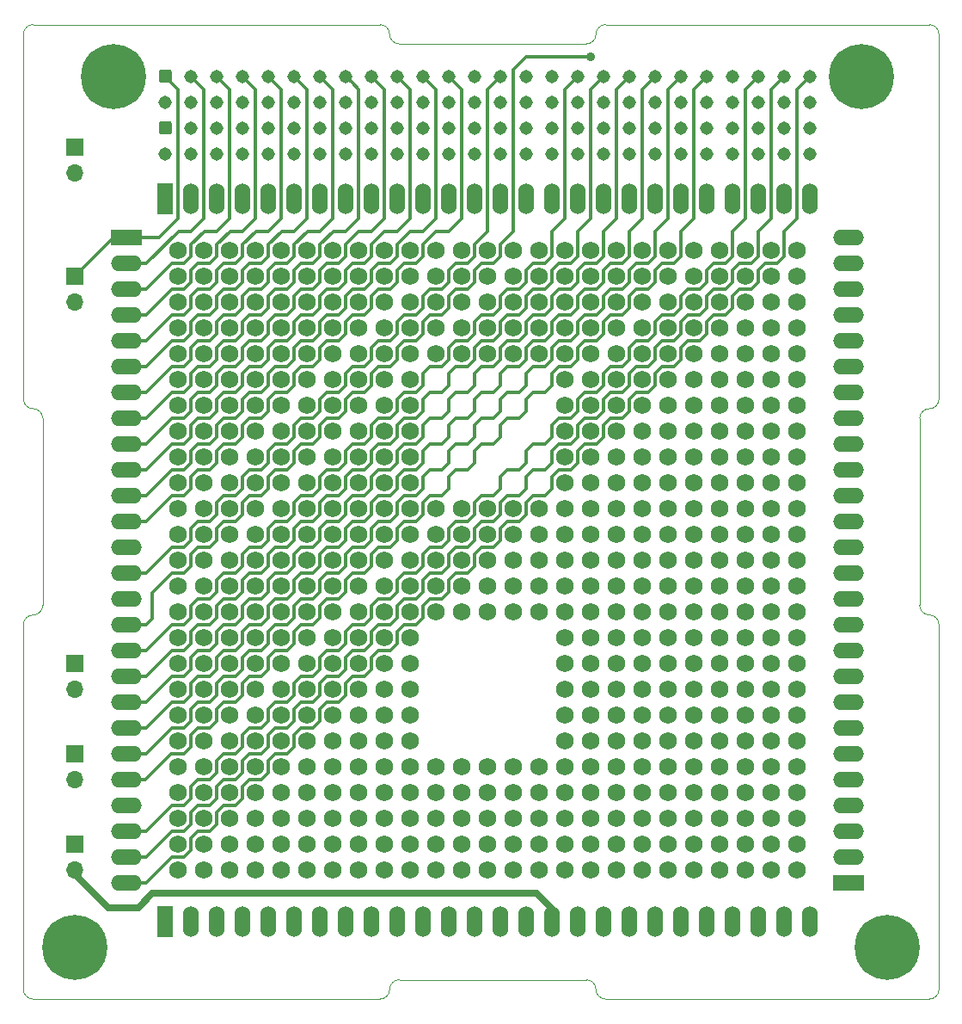
<source format=gbr>
G04 #@! TF.GenerationSoftware,KiCad,Pcbnew,(5.1.6)-1*
G04 #@! TF.CreationDate,2020-06-26T13:04:22+02:00*
G04 #@! TF.ProjectId,board_zero,626f6172-645f-47a6-9572-6f2e6b696361,1.0*
G04 #@! TF.SameCoordinates,Original*
G04 #@! TF.FileFunction,Copper,L3,Inr*
G04 #@! TF.FilePolarity,Positive*
%FSLAX46Y46*%
G04 Gerber Fmt 4.6, Leading zero omitted, Abs format (unit mm)*
G04 Created by KiCad (PCBNEW (5.1.6)-1) date 2020-06-26 13:04:22*
%MOMM*%
%LPD*%
G01*
G04 APERTURE LIST*
G04 #@! TA.AperFunction,Profile*
%ADD10C,0.100000*%
G04 #@! TD*
G04 #@! TA.AperFunction,ViaPad*
%ADD11C,1.735000*%
G04 #@! TD*
G04 #@! TA.AperFunction,ViaPad*
%ADD12C,1.310000*%
G04 #@! TD*
G04 #@! TA.AperFunction,ViaPad*
%ADD13O,1.700000X1.700000*%
G04 #@! TD*
G04 #@! TA.AperFunction,ViaPad*
%ADD14R,1.700000X1.700000*%
G04 #@! TD*
G04 #@! TA.AperFunction,ViaPad*
%ADD15C,0.800000*%
G04 #@! TD*
G04 #@! TA.AperFunction,ViaPad*
%ADD16C,6.400000*%
G04 #@! TD*
G04 #@! TA.AperFunction,ViaPad*
%ADD17R,1.524000X3.048000*%
G04 #@! TD*
G04 #@! TA.AperFunction,ViaPad*
%ADD18O,1.524000X3.048000*%
G04 #@! TD*
G04 #@! TA.AperFunction,ViaPad*
%ADD19R,3.048000X1.524000*%
G04 #@! TD*
G04 #@! TA.AperFunction,ViaPad*
%ADD20O,3.048000X1.524000*%
G04 #@! TD*
G04 #@! TA.AperFunction,ViaPad*
%ADD21C,0.900000*%
G04 #@! TD*
G04 #@! TA.AperFunction,Conductor*
%ADD22C,0.700000*%
G04 #@! TD*
G04 #@! TA.AperFunction,Conductor*
%ADD23C,0.350000*%
G04 #@! TD*
G04 APERTURE END LIST*
D10*
X78930500Y-23495000D02*
G75*
G03*
X77978000Y-24447500I0J-952500D01*
G01*
X78930500Y-23495000D02*
X110807500Y-23495000D01*
X77025500Y-25400000D02*
G75*
G03*
X77978000Y-24447500I0J952500D01*
G01*
X57658000Y-24447500D02*
G75*
G03*
X58610500Y-25400000I952500J0D01*
G01*
X58610500Y-25400000D02*
X77025500Y-25400000D01*
X22542500Y-23495000D02*
X56705500Y-23495000D01*
X57658000Y-24447500D02*
G75*
G03*
X56705500Y-23495000I-952500J0D01*
G01*
X78930500Y-119380000D02*
X110807500Y-119380000D01*
X58610500Y-117475000D02*
X77025500Y-117475000D01*
X22542500Y-119380000D02*
X56705500Y-119380000D01*
X78930500Y-119380000D02*
G75*
G02*
X77978000Y-118427500I0J952500D01*
G01*
X77025500Y-117475000D02*
G75*
G02*
X77978000Y-118427500I0J-952500D01*
G01*
X57658000Y-118427500D02*
G75*
G02*
X58610500Y-117475000I952500J0D01*
G01*
X57658000Y-118427500D02*
G75*
G02*
X56705500Y-119380000I-952500J0D01*
G01*
X110807500Y-61290200D02*
G75*
G03*
X109855000Y-62242700I0J-952500D01*
G01*
X111760000Y-24447500D02*
X111760000Y-60337700D01*
X109855000Y-62242700D02*
X109855000Y-80632300D01*
X111760000Y-82537300D02*
X111760000Y-118427500D01*
X109855000Y-80632300D02*
G75*
G03*
X110807500Y-81584800I952500J0D01*
G01*
X111760000Y-82537300D02*
G75*
G03*
X110807500Y-81584800I-952500J0D01*
G01*
X110807500Y-61290200D02*
G75*
G03*
X111760000Y-60337700I0J952500D01*
G01*
X111760000Y-118427500D02*
G75*
G02*
X110807500Y-119380000I-952500J0D01*
G01*
X110807500Y-23495000D02*
G75*
G02*
X111760000Y-24447500I0J-952500D01*
G01*
X21590000Y-82537300D02*
X21590000Y-118427500D01*
X21590000Y-24447500D02*
X21590000Y-60337700D01*
X21590000Y-24447500D02*
G75*
G02*
X22542500Y-23495000I952500J0D01*
G01*
X23495000Y-62242700D02*
X23495000Y-80632300D01*
X22542500Y-61290200D02*
G75*
G02*
X21590000Y-60337700I0J952500D01*
G01*
X22542500Y-61290200D02*
G75*
G02*
X23495000Y-62242700I0J-952500D01*
G01*
X23495000Y-80632300D02*
G75*
G02*
X22542500Y-81584800I-952500J0D01*
G01*
X21590000Y-82537300D02*
G75*
G02*
X22542500Y-81584800I952500J0D01*
G01*
X22542500Y-119380000D02*
G75*
G02*
X21590000Y-118427500I0J952500D01*
G01*
D11*
X57150000Y-83820000D03*
X59690000Y-83820000D03*
X57150000Y-86360000D03*
X59690000Y-86360000D03*
X57150000Y-88900000D03*
X59690000Y-88900000D03*
X57150000Y-91440000D03*
X59690000Y-91440000D03*
X74930000Y-91440000D03*
X77470000Y-91440000D03*
X74930000Y-88900000D03*
X77470000Y-88900000D03*
X74930000Y-86360000D03*
X77470000Y-86360000D03*
X74930000Y-83820000D03*
X77470000Y-83820000D03*
X57150000Y-58420000D03*
X59690000Y-58420000D03*
X57150000Y-60960000D03*
X59690000Y-60960000D03*
X57150000Y-63500000D03*
X59690000Y-63500000D03*
X57150000Y-66040000D03*
X59690000Y-66040000D03*
X74930000Y-66040000D03*
X77470000Y-66040000D03*
X74930000Y-63500000D03*
X77470000Y-63500000D03*
X74930000Y-60960000D03*
X77470000Y-60960000D03*
X74930000Y-58420000D03*
X77470000Y-58420000D03*
X77470000Y-93980000D03*
X74930000Y-93980000D03*
X59690000Y-93980000D03*
X57150000Y-93980000D03*
X72390000Y-96520000D03*
X69850000Y-96520000D03*
X67310000Y-96520000D03*
X64770000Y-96520000D03*
X62230000Y-96520000D03*
X97790000Y-106680000D03*
X95250000Y-106680000D03*
X92710000Y-106680000D03*
X90170000Y-106680000D03*
X87630000Y-106680000D03*
X85090000Y-106680000D03*
X82550000Y-106680000D03*
X80010000Y-106680000D03*
X77470000Y-106680000D03*
X74930000Y-106680000D03*
X72390000Y-106680000D03*
X69850000Y-106680000D03*
X67310000Y-106680000D03*
X64770000Y-106680000D03*
X62230000Y-106680000D03*
X59690000Y-106680000D03*
X57150000Y-106680000D03*
X54610000Y-106680000D03*
X52070000Y-106680000D03*
X49530000Y-106680000D03*
X46990000Y-106680000D03*
X44450000Y-106680000D03*
X41910000Y-106680000D03*
X39370000Y-106680000D03*
X36830000Y-106680000D03*
X97790000Y-104140000D03*
X95250000Y-104140000D03*
X92710000Y-104140000D03*
X90170000Y-104140000D03*
X87630000Y-104140000D03*
X85090000Y-104140000D03*
X82550000Y-104140000D03*
X80010000Y-104140000D03*
X77470000Y-104140000D03*
X74930000Y-104140000D03*
X72390000Y-104140000D03*
X69850000Y-104140000D03*
X67310000Y-104140000D03*
X64770000Y-104140000D03*
X62230000Y-104140000D03*
X59690000Y-104140000D03*
X57150000Y-104140000D03*
X54610000Y-104140000D03*
X52070000Y-104140000D03*
X49530000Y-104140000D03*
X46990000Y-104140000D03*
X44450000Y-104140000D03*
X41910000Y-104140000D03*
X39370000Y-104140000D03*
X36830000Y-104140000D03*
X97790000Y-101600000D03*
X95250000Y-101600000D03*
X92710000Y-101600000D03*
X90170000Y-101600000D03*
X87630000Y-101600000D03*
X85090000Y-101600000D03*
X82550000Y-101600000D03*
X80010000Y-101600000D03*
X77470000Y-101600000D03*
X74930000Y-101600000D03*
X72390000Y-101600000D03*
X69850000Y-101600000D03*
X67310000Y-101600000D03*
X64770000Y-101600000D03*
X62230000Y-101600000D03*
X59690000Y-101600000D03*
X57150000Y-101600000D03*
X54610000Y-101600000D03*
X52070000Y-101600000D03*
X49530000Y-101600000D03*
X46990000Y-101600000D03*
X44450000Y-101600000D03*
X41910000Y-101600000D03*
X39370000Y-101600000D03*
X36830000Y-101600000D03*
X97790000Y-99060000D03*
X95250000Y-99060000D03*
X92710000Y-99060000D03*
X90170000Y-99060000D03*
X87630000Y-99060000D03*
X85090000Y-99060000D03*
X82550000Y-99060000D03*
X80010000Y-99060000D03*
X77470000Y-99060000D03*
X74930000Y-99060000D03*
X72390000Y-99060000D03*
X69850000Y-99060000D03*
X67310000Y-99060000D03*
X64770000Y-99060000D03*
X62230000Y-99060000D03*
X59690000Y-99060000D03*
X57150000Y-99060000D03*
X54610000Y-99060000D03*
X52070000Y-99060000D03*
X49530000Y-99060000D03*
X46990000Y-99060000D03*
X44450000Y-99060000D03*
X41910000Y-99060000D03*
X39370000Y-99060000D03*
X36830000Y-99060000D03*
X97790000Y-96520000D03*
X95250000Y-96520000D03*
X92710000Y-96520000D03*
X90170000Y-96520000D03*
X87630000Y-96520000D03*
X85090000Y-96520000D03*
X82550000Y-96520000D03*
X80010000Y-96520000D03*
X77470000Y-96520000D03*
X74930000Y-96520000D03*
X59690000Y-96520000D03*
X57150000Y-96520000D03*
X54610000Y-96520000D03*
X52070000Y-96520000D03*
X49530000Y-96520000D03*
X46990000Y-96520000D03*
X44450000Y-96520000D03*
X41910000Y-96520000D03*
X39370000Y-96520000D03*
X36830000Y-96520000D03*
X97790000Y-93980000D03*
X95250000Y-93980000D03*
X92710000Y-93980000D03*
X90170000Y-93980000D03*
X87630000Y-93980000D03*
X85090000Y-93980000D03*
X82550000Y-93980000D03*
X80010000Y-93980000D03*
X54610000Y-93980000D03*
X52070000Y-93980000D03*
X49530000Y-93980000D03*
X46990000Y-93980000D03*
X44450000Y-93980000D03*
X41910000Y-93980000D03*
X39370000Y-93980000D03*
X36830000Y-93980000D03*
X97790000Y-91440000D03*
X95250000Y-91440000D03*
X92710000Y-91440000D03*
X90170000Y-91440000D03*
X87630000Y-91440000D03*
X85090000Y-91440000D03*
X82550000Y-91440000D03*
X80010000Y-91440000D03*
X54610000Y-91440000D03*
X52070000Y-91440000D03*
X49530000Y-91440000D03*
X46990000Y-91440000D03*
X44450000Y-91440000D03*
X41910000Y-91440000D03*
X39370000Y-91440000D03*
X36830000Y-91440000D03*
X97790000Y-88900000D03*
X95250000Y-88900000D03*
X92710000Y-88900000D03*
X90170000Y-88900000D03*
X87630000Y-88900000D03*
X85090000Y-88900000D03*
X82550000Y-88900000D03*
X80010000Y-88900000D03*
X54610000Y-88900000D03*
X52070000Y-88900000D03*
X49530000Y-88900000D03*
X46990000Y-88900000D03*
X44450000Y-88900000D03*
X41910000Y-88900000D03*
X39370000Y-88900000D03*
X36830000Y-88900000D03*
X97790000Y-86360000D03*
X95250000Y-86360000D03*
X92710000Y-86360000D03*
X90170000Y-86360000D03*
X87630000Y-86360000D03*
X85090000Y-86360000D03*
X82550000Y-86360000D03*
X80010000Y-86360000D03*
X54610000Y-86360000D03*
X52070000Y-86360000D03*
X49530000Y-86360000D03*
X46990000Y-86360000D03*
X44450000Y-86360000D03*
X41910000Y-86360000D03*
X39370000Y-86360000D03*
X36830000Y-86360000D03*
X97790000Y-83820000D03*
X95250000Y-83820000D03*
X92710000Y-83820000D03*
X90170000Y-83820000D03*
X87630000Y-83820000D03*
X85090000Y-83820000D03*
X82550000Y-83820000D03*
X80010000Y-83820000D03*
X54610000Y-83820000D03*
X52070000Y-83820000D03*
X49530000Y-83820000D03*
X46990000Y-83820000D03*
X44450000Y-83820000D03*
X41910000Y-83820000D03*
X39370000Y-83820000D03*
X36830000Y-83820000D03*
X97790000Y-81280000D03*
X95250000Y-81280000D03*
X92710000Y-81280000D03*
X90170000Y-81280000D03*
X87630000Y-81280000D03*
X85090000Y-81280000D03*
X82550000Y-81280000D03*
X80010000Y-81280000D03*
X77470000Y-81280000D03*
X74930000Y-81280000D03*
X72390000Y-81280000D03*
X69850000Y-81280000D03*
X67310000Y-81280000D03*
X64770000Y-81280000D03*
X62230000Y-81280000D03*
X59690000Y-81280000D03*
X57150000Y-81280000D03*
X54610000Y-81280000D03*
X52070000Y-81280000D03*
X49530000Y-81280000D03*
X46990000Y-81280000D03*
X44450000Y-81280000D03*
X41910000Y-81280000D03*
X39370000Y-81280000D03*
X36830000Y-81280000D03*
X97790000Y-78740000D03*
X95250000Y-78740000D03*
X92710000Y-78740000D03*
X90170000Y-78740000D03*
X87630000Y-78740000D03*
X85090000Y-78740000D03*
X82550000Y-78740000D03*
X80010000Y-78740000D03*
X77470000Y-78740000D03*
X74930000Y-78740000D03*
X72390000Y-78740000D03*
X69850000Y-78740000D03*
X67310000Y-78740000D03*
X64770000Y-78740000D03*
X62230000Y-78740000D03*
X59690000Y-78740000D03*
X57150000Y-78740000D03*
X54610000Y-78740000D03*
X52070000Y-78740000D03*
X49530000Y-78740000D03*
X46990000Y-78740000D03*
X44450000Y-78740000D03*
X41910000Y-78740000D03*
X39370000Y-78740000D03*
X36830000Y-78740000D03*
X97790000Y-76200000D03*
X95250000Y-76200000D03*
X92710000Y-76200000D03*
X90170000Y-76200000D03*
X87630000Y-76200000D03*
X85090000Y-76200000D03*
X82550000Y-76200000D03*
X80010000Y-76200000D03*
X77470000Y-76200000D03*
X74930000Y-76200000D03*
X72390000Y-76200000D03*
X69850000Y-76200000D03*
X67310000Y-76200000D03*
X64770000Y-76200000D03*
X62230000Y-76200000D03*
X59690000Y-76200000D03*
X57150000Y-76200000D03*
X54610000Y-76200000D03*
X52070000Y-76200000D03*
X49530000Y-76200000D03*
X46990000Y-76200000D03*
X44450000Y-76200000D03*
X41910000Y-76200000D03*
X39370000Y-76200000D03*
X36830000Y-76200000D03*
X97790000Y-73660000D03*
X95250000Y-73660000D03*
X92710000Y-73660000D03*
X90170000Y-73660000D03*
X87630000Y-73660000D03*
X85090000Y-73660000D03*
X82550000Y-73660000D03*
X80010000Y-73660000D03*
X77470000Y-73660000D03*
X74930000Y-73660000D03*
X72390000Y-73660000D03*
X69850000Y-73660000D03*
X67310000Y-73660000D03*
X64770000Y-73660000D03*
X62230000Y-73660000D03*
X59690000Y-73660000D03*
X57150000Y-73660000D03*
X54610000Y-73660000D03*
X52070000Y-73660000D03*
X49530000Y-73660000D03*
X46990000Y-73660000D03*
X44450000Y-73660000D03*
X41910000Y-73660000D03*
X39370000Y-73660000D03*
X36830000Y-73660000D03*
X97790000Y-71120000D03*
X95250000Y-71120000D03*
X92710000Y-71120000D03*
X90170000Y-71120000D03*
X87630000Y-71120000D03*
X85090000Y-71120000D03*
X82550000Y-71120000D03*
X80010000Y-71120000D03*
X77470000Y-71120000D03*
X74930000Y-71120000D03*
X72390000Y-71120000D03*
X69850000Y-71120000D03*
X67310000Y-71120000D03*
X64770000Y-71120000D03*
X62230000Y-71120000D03*
X59690000Y-71120000D03*
X57150000Y-71120000D03*
X54610000Y-71120000D03*
X52070000Y-71120000D03*
X49530000Y-71120000D03*
X46990000Y-71120000D03*
X44450000Y-71120000D03*
X41910000Y-71120000D03*
X39370000Y-71120000D03*
X36830000Y-71120000D03*
X97790000Y-68580000D03*
X95250000Y-68580000D03*
X92710000Y-68580000D03*
X90170000Y-68580000D03*
X87630000Y-68580000D03*
X85090000Y-68580000D03*
X82550000Y-68580000D03*
X80010000Y-68580000D03*
X77470000Y-68580000D03*
X74930000Y-68580000D03*
X59690000Y-68580000D03*
X57150000Y-68580000D03*
X54610000Y-68580000D03*
X52070000Y-68580000D03*
X49530000Y-68580000D03*
X46990000Y-68580000D03*
X44450000Y-68580000D03*
X41910000Y-68580000D03*
X39370000Y-68580000D03*
X36830000Y-68580000D03*
X97790000Y-66040000D03*
X95250000Y-66040000D03*
X92710000Y-66040000D03*
X90170000Y-66040000D03*
X87630000Y-66040000D03*
X85090000Y-66040000D03*
X82550000Y-66040000D03*
X80010000Y-66040000D03*
X54610000Y-66040000D03*
X52070000Y-66040000D03*
X49530000Y-66040000D03*
X46990000Y-66040000D03*
X44450000Y-66040000D03*
X41910000Y-66040000D03*
X39370000Y-66040000D03*
X36830000Y-66040000D03*
X97790000Y-63500000D03*
X95250000Y-63500000D03*
X92710000Y-63500000D03*
X90170000Y-63500000D03*
X87630000Y-63500000D03*
X85090000Y-63500000D03*
X82550000Y-63500000D03*
X80010000Y-63500000D03*
X54610000Y-63500000D03*
X52070000Y-63500000D03*
X49530000Y-63500000D03*
X46990000Y-63500000D03*
X44450000Y-63500000D03*
X41910000Y-63500000D03*
X39370000Y-63500000D03*
X36830000Y-63500000D03*
X97790000Y-60960000D03*
X95250000Y-60960000D03*
X92710000Y-60960000D03*
X90170000Y-60960000D03*
X87630000Y-60960000D03*
X85090000Y-60960000D03*
X82550000Y-60960000D03*
X80010000Y-60960000D03*
X54610000Y-60960000D03*
X52070000Y-60960000D03*
X49530000Y-60960000D03*
X46990000Y-60960000D03*
X44450000Y-60960000D03*
X41910000Y-60960000D03*
X39370000Y-60960000D03*
X36830000Y-60960000D03*
X97790000Y-58420000D03*
X95250000Y-58420000D03*
X92710000Y-58420000D03*
X90170000Y-58420000D03*
X87630000Y-58420000D03*
X85090000Y-58420000D03*
X82550000Y-58420000D03*
X80010000Y-58420000D03*
X54610000Y-58420000D03*
X52070000Y-58420000D03*
X49530000Y-58420000D03*
X46990000Y-58420000D03*
X44450000Y-58420000D03*
X41910000Y-58420000D03*
X39370000Y-58420000D03*
X36830000Y-58420000D03*
X97790000Y-55880000D03*
X95250000Y-55880000D03*
X92710000Y-55880000D03*
X90170000Y-55880000D03*
X87630000Y-55880000D03*
X85090000Y-55880000D03*
X82550000Y-55880000D03*
X80010000Y-55880000D03*
X77470000Y-55880000D03*
X74930000Y-55880000D03*
X72390000Y-55880000D03*
X69850000Y-55880000D03*
X67310000Y-55880000D03*
X64770000Y-55880000D03*
X62230000Y-55880000D03*
X59690000Y-55880000D03*
X57150000Y-55880000D03*
X54610000Y-55880000D03*
X52070000Y-55880000D03*
X49530000Y-55880000D03*
X46990000Y-55880000D03*
X44450000Y-55880000D03*
X41910000Y-55880000D03*
X39370000Y-55880000D03*
X36830000Y-55880000D03*
X97790000Y-53340000D03*
X95250000Y-53340000D03*
X92710000Y-53340000D03*
X90170000Y-53340000D03*
X87630000Y-53340000D03*
X85090000Y-53340000D03*
X82550000Y-53340000D03*
X80010000Y-53340000D03*
X77470000Y-53340000D03*
X74930000Y-53340000D03*
X72390000Y-53340000D03*
X69850000Y-53340000D03*
X67310000Y-53340000D03*
X64770000Y-53340000D03*
X62230000Y-53340000D03*
X59690000Y-53340000D03*
X57150000Y-53340000D03*
X54610000Y-53340000D03*
X52070000Y-53340000D03*
X49530000Y-53340000D03*
X46990000Y-53340000D03*
X44450000Y-53340000D03*
X41910000Y-53340000D03*
X39370000Y-53340000D03*
X36830000Y-53340000D03*
X97790000Y-50800000D03*
X95250000Y-50800000D03*
X92710000Y-50800000D03*
X90170000Y-50800000D03*
X87630000Y-50800000D03*
X85090000Y-50800000D03*
X82550000Y-50800000D03*
X80010000Y-50800000D03*
X77470000Y-50800000D03*
X74930000Y-50800000D03*
X72390000Y-50800000D03*
X69850000Y-50800000D03*
X67310000Y-50800000D03*
X64770000Y-50800000D03*
X62230000Y-50800000D03*
X59690000Y-50800000D03*
X57150000Y-50800000D03*
X54610000Y-50800000D03*
X52070000Y-50800000D03*
X49530000Y-50800000D03*
X46990000Y-50800000D03*
X44450000Y-50800000D03*
X41910000Y-50800000D03*
X39370000Y-50800000D03*
X36830000Y-50800000D03*
X97790000Y-48260000D03*
X95250000Y-48260000D03*
X92710000Y-48260000D03*
X90170000Y-48260000D03*
X87630000Y-48260000D03*
X85090000Y-48260000D03*
X82550000Y-48260000D03*
X80010000Y-48260000D03*
X77470000Y-48260000D03*
X74930000Y-48260000D03*
X72390000Y-48260000D03*
X69850000Y-48260000D03*
X67310000Y-48260000D03*
X64770000Y-48260000D03*
X62230000Y-48260000D03*
X59690000Y-48260000D03*
X57150000Y-48260000D03*
X54610000Y-48260000D03*
X52070000Y-48260000D03*
X49530000Y-48260000D03*
X46990000Y-48260000D03*
X44450000Y-48260000D03*
X41910000Y-48260000D03*
X39370000Y-48260000D03*
X36830000Y-48260000D03*
X97790000Y-45720000D03*
X95250000Y-45720000D03*
X92710000Y-45720000D03*
X90170000Y-45720000D03*
X87630000Y-45720000D03*
X85090000Y-45720000D03*
X82550000Y-45720000D03*
X80010000Y-45720000D03*
X77470000Y-45720000D03*
X74930000Y-45720000D03*
X72390000Y-45720000D03*
X69850000Y-45720000D03*
X67310000Y-45720000D03*
X64770000Y-45720000D03*
X62230000Y-45720000D03*
X59690000Y-45720000D03*
X57150000Y-45720000D03*
X54610000Y-45720000D03*
X52070000Y-45720000D03*
X49530000Y-45720000D03*
X46990000Y-45720000D03*
X44450000Y-45720000D03*
X41910000Y-45720000D03*
X39370000Y-45720000D03*
X36830000Y-45720000D03*
D12*
X99060000Y-31115000D03*
X96520000Y-31115000D03*
X93980000Y-31115000D03*
X91440000Y-31115000D03*
X88900000Y-31115000D03*
X86360000Y-31115000D03*
X83820000Y-31115000D03*
X81280000Y-31115000D03*
X78740000Y-31115000D03*
X76200000Y-31115000D03*
X73660000Y-31115000D03*
X71120000Y-31115000D03*
X68580000Y-31115000D03*
X66040000Y-31115000D03*
X63500000Y-31115000D03*
X60960000Y-31115000D03*
X58420000Y-31115000D03*
X55880000Y-31115000D03*
X53340000Y-31115000D03*
X50800000Y-31115000D03*
X48260000Y-31115000D03*
X45720000Y-31115000D03*
X43180000Y-31115000D03*
X40640000Y-31115000D03*
X38100000Y-31115000D03*
X35560000Y-31115000D03*
X99060000Y-28575000D03*
X96520000Y-28575000D03*
X93980000Y-28575000D03*
X91440000Y-28575000D03*
X88900000Y-28575000D03*
X86360000Y-28575000D03*
X83820000Y-28575000D03*
X81280000Y-28575000D03*
X78740000Y-28575000D03*
X76200000Y-28575000D03*
X73660000Y-28575000D03*
X71120000Y-28575000D03*
X68580000Y-28575000D03*
X66040000Y-28575000D03*
X63500000Y-28575000D03*
X60960000Y-28575000D03*
X58420000Y-28575000D03*
X55880000Y-28575000D03*
X53340000Y-28575000D03*
X50800000Y-28575000D03*
X48260000Y-28575000D03*
X45720000Y-28575000D03*
X43180000Y-28575000D03*
X40640000Y-28575000D03*
X38100000Y-28575000D03*
G04 #@! TA.AperFunction,ViaPad*
G36*
G01*
X34905000Y-28980000D02*
X34905000Y-28170000D01*
G75*
G02*
X35155000Y-27920000I250000J0D01*
G01*
X35965000Y-27920000D01*
G75*
G02*
X36215000Y-28170000I0J-250000D01*
G01*
X36215000Y-28980000D01*
G75*
G02*
X35965000Y-29230000I-250000J0D01*
G01*
X35155000Y-29230000D01*
G75*
G02*
X34905000Y-28980000I0J250000D01*
G01*
G37*
G04 #@! TD.AperFunction*
D13*
X26670000Y-106680000D03*
D14*
X26670000Y-104140000D03*
D13*
X26670000Y-97790000D03*
D14*
X26670000Y-95250000D03*
D13*
X26670000Y-88900000D03*
D14*
X26670000Y-86360000D03*
X26670000Y-35560000D03*
D13*
X26670000Y-38100000D03*
X26670000Y-50800000D03*
D14*
X26670000Y-48260000D03*
D12*
X99060000Y-36195000D03*
X96520000Y-36195000D03*
X93980000Y-36195000D03*
X91440000Y-36195000D03*
X88900000Y-36195000D03*
X86360000Y-36195000D03*
X83820000Y-36195000D03*
X81280000Y-36195000D03*
X78740000Y-36195000D03*
X76200000Y-36195000D03*
X73660000Y-36195000D03*
X71120000Y-36195000D03*
X68580000Y-36195000D03*
X66040000Y-36195000D03*
X63500000Y-36195000D03*
X60960000Y-36195000D03*
X58420000Y-36195000D03*
X55880000Y-36195000D03*
X53340000Y-36195000D03*
X50800000Y-36195000D03*
X48260000Y-36195000D03*
X45720000Y-36195000D03*
X43180000Y-36195000D03*
X40640000Y-36195000D03*
X38100000Y-36195000D03*
X35560000Y-36195000D03*
X99060000Y-33655000D03*
X96520000Y-33655000D03*
X93980000Y-33655000D03*
X91440000Y-33655000D03*
X88900000Y-33655000D03*
X86360000Y-33655000D03*
X83820000Y-33655000D03*
X81280000Y-33655000D03*
X78740000Y-33655000D03*
X76200000Y-33655000D03*
X73660000Y-33655000D03*
X71120000Y-33655000D03*
X68580000Y-33655000D03*
X66040000Y-33655000D03*
X63500000Y-33655000D03*
X60960000Y-33655000D03*
X58420000Y-33655000D03*
X55880000Y-33655000D03*
X53340000Y-33655000D03*
X50800000Y-33655000D03*
X48260000Y-33655000D03*
X45720000Y-33655000D03*
X43180000Y-33655000D03*
X40640000Y-33655000D03*
X38100000Y-33655000D03*
G04 #@! TA.AperFunction,ViaPad*
G36*
G01*
X34905000Y-34060000D02*
X34905000Y-33250000D01*
G75*
G02*
X35155000Y-33000000I250000J0D01*
G01*
X35965000Y-33000000D01*
G75*
G02*
X36215000Y-33250000I0J-250000D01*
G01*
X36215000Y-34060000D01*
G75*
G02*
X35965000Y-34310000I-250000J0D01*
G01*
X35155000Y-34310000D01*
G75*
G02*
X34905000Y-34060000I0J250000D01*
G01*
G37*
G04 #@! TD.AperFunction*
D15*
X28367056Y-112602944D03*
X26670000Y-111900000D03*
X24972944Y-112602944D03*
X24270000Y-114300000D03*
X24972944Y-115997056D03*
X26670000Y-116700000D03*
X28367056Y-115997056D03*
X29070000Y-114300000D03*
D16*
X26670000Y-114300000D03*
D15*
X108377056Y-112602944D03*
X106680000Y-111900000D03*
X104982944Y-112602944D03*
X104280000Y-114300000D03*
X104982944Y-115997056D03*
X106680000Y-116700000D03*
X108377056Y-115997056D03*
X109080000Y-114300000D03*
D16*
X106680000Y-114300000D03*
D15*
X105837056Y-26877944D03*
X104140000Y-26175000D03*
X102442944Y-26877944D03*
X101740000Y-28575000D03*
X102442944Y-30272056D03*
X104140000Y-30975000D03*
X105837056Y-30272056D03*
X106540000Y-28575000D03*
D16*
X104140000Y-28575000D03*
D15*
X32177056Y-26877944D03*
X30480000Y-26175000D03*
X28782944Y-26877944D03*
X28080000Y-28575000D03*
X28782944Y-30272056D03*
X30480000Y-30975000D03*
X32177056Y-30272056D03*
X32880000Y-28575000D03*
D16*
X30480000Y-28575000D03*
D17*
X35560000Y-111760000D03*
D18*
X38100000Y-111760000D03*
X40640000Y-111760000D03*
X43180000Y-111760000D03*
X45720000Y-111760000D03*
X48260000Y-111760000D03*
X50800000Y-111760000D03*
X53340000Y-111760000D03*
X55880000Y-111760000D03*
X58420000Y-111760000D03*
X60960000Y-111760000D03*
X63500000Y-111760000D03*
X66040000Y-111760000D03*
X68580000Y-111760000D03*
X71120000Y-111760000D03*
X73660000Y-111760000D03*
X76200000Y-111760000D03*
X78740000Y-111760000D03*
X81280000Y-111760000D03*
X83820000Y-111760000D03*
X86360000Y-111760000D03*
X88900000Y-111760000D03*
X91440000Y-111760000D03*
X93980000Y-111760000D03*
X96520000Y-111760000D03*
X99060000Y-111760000D03*
D19*
X102870000Y-107950000D03*
D20*
X102870000Y-105410000D03*
X102870000Y-102870000D03*
X102870000Y-100330000D03*
X102870000Y-97790000D03*
X102870000Y-95250000D03*
X102870000Y-92710000D03*
X102870000Y-90170000D03*
X102870000Y-87630000D03*
X102870000Y-85090000D03*
X102870000Y-82550000D03*
X102870000Y-80010000D03*
X102870000Y-77470000D03*
X102870000Y-74930000D03*
X102870000Y-72390000D03*
X102870000Y-69850000D03*
X102870000Y-67310000D03*
X102870000Y-64770000D03*
X102870000Y-62230000D03*
X102870000Y-59690000D03*
X102870000Y-57150000D03*
X102870000Y-54610000D03*
X102870000Y-52070000D03*
X102870000Y-49530000D03*
X102870000Y-46990000D03*
X102870000Y-44450000D03*
X31750000Y-107950000D03*
X31750000Y-105410000D03*
X31750000Y-102870000D03*
X31750000Y-100330000D03*
X31750000Y-97790000D03*
X31750000Y-95250000D03*
X31750000Y-92710000D03*
X31750000Y-90170000D03*
X31750000Y-87630000D03*
X31750000Y-85090000D03*
X31750000Y-82550000D03*
X31750000Y-80010000D03*
X31750000Y-77470000D03*
X31750000Y-74930000D03*
X31750000Y-72390000D03*
X31750000Y-69850000D03*
X31750000Y-67310000D03*
X31750000Y-64770000D03*
X31750000Y-62230000D03*
X31750000Y-59690000D03*
X31750000Y-57150000D03*
X31750000Y-54610000D03*
X31750000Y-52070000D03*
X31750000Y-49530000D03*
X31750000Y-46990000D03*
D19*
X31750000Y-44450000D03*
D17*
X35560000Y-40640000D03*
D18*
X38100000Y-40640000D03*
X40640000Y-40640000D03*
X43180000Y-40640000D03*
X45720000Y-40640000D03*
X48260000Y-40640000D03*
X50800000Y-40640000D03*
X53340000Y-40640000D03*
X55880000Y-40640000D03*
X58420000Y-40640000D03*
X60960000Y-40640000D03*
X63500000Y-40640000D03*
X66040000Y-40640000D03*
X68580000Y-40640000D03*
X71120000Y-40640000D03*
X73660000Y-40640000D03*
X76200000Y-40640000D03*
X78740000Y-40640000D03*
X81280000Y-40640000D03*
X83820000Y-40640000D03*
X86360000Y-40640000D03*
X88900000Y-40640000D03*
X91440000Y-40640000D03*
X93980000Y-40640000D03*
X96520000Y-40640000D03*
X99060000Y-40640000D03*
D21*
X77470000Y-26670000D03*
D22*
X29972000Y-110363000D02*
X26670000Y-107061000D01*
X32893000Y-110363000D02*
X29972000Y-110363000D01*
X73660000Y-110490000D02*
X72136000Y-108966000D01*
X73660000Y-111760000D02*
X73660000Y-110490000D01*
X26670000Y-107061000D02*
X26670000Y-106680000D01*
X72136000Y-108966000D02*
X34290000Y-108966000D01*
X34290000Y-108966000D02*
X32893000Y-110363000D01*
D23*
X36830000Y-29845000D02*
X35560000Y-28575000D01*
X36830000Y-42545000D02*
X36830000Y-29845000D01*
X34925000Y-44450000D02*
X36830000Y-42545000D01*
X31750000Y-44450000D02*
X34925000Y-44450000D01*
X30480000Y-44450000D02*
X26670000Y-48260000D01*
X31750000Y-44450000D02*
X30480000Y-44450000D01*
X99060000Y-28575000D02*
X97790000Y-29845000D01*
X97790000Y-29845000D02*
X97790000Y-42545000D01*
X96522499Y-46323403D02*
X96522499Y-43812501D01*
X93980000Y-47649100D02*
X94641599Y-46987501D01*
X93980000Y-48865902D02*
X93980000Y-47649100D01*
X93318401Y-49527501D02*
X93980000Y-48865902D01*
X88902499Y-53943403D02*
X88902499Y-52731599D01*
X94641599Y-46987501D02*
X95858401Y-46987501D01*
X88238401Y-54607501D02*
X88902499Y-53943403D01*
X87021599Y-54607501D02*
X88238401Y-54607501D01*
X86357501Y-56488401D02*
X86357501Y-55271599D01*
X85698401Y-57147501D02*
X86357501Y-56488401D01*
X83817501Y-57811599D02*
X84481599Y-57147501D01*
X83817501Y-59028401D02*
X83817501Y-57811599D01*
X89566597Y-52067501D02*
X90778401Y-52067501D01*
X83158401Y-59687501D02*
X83817501Y-59028401D01*
X81941599Y-59687501D02*
X83158401Y-59687501D01*
X80618401Y-62227501D02*
X81277501Y-61568401D01*
X79401599Y-62227501D02*
X80618401Y-62227501D01*
X78737501Y-64108401D02*
X78737501Y-62891599D01*
X76861599Y-64767501D02*
X78078401Y-64767501D01*
X76197501Y-66648401D02*
X76197501Y-65431599D01*
X74321599Y-67307501D02*
X75538401Y-67307501D01*
X88902499Y-52731599D02*
X89566597Y-52067501D01*
X73657501Y-69188401D02*
X73657501Y-67971599D01*
X72998401Y-69847501D02*
X73657501Y-69188401D01*
X71781599Y-69847501D02*
X72998401Y-69847501D01*
X71117501Y-70511599D02*
X71781599Y-69847501D01*
X71117501Y-71728401D02*
X71117501Y-70511599D01*
X69241599Y-72387501D02*
X70458401Y-72387501D01*
X68577501Y-73051599D02*
X69241599Y-72387501D01*
X68577501Y-74268401D02*
X68577501Y-73051599D01*
X67918401Y-74927501D02*
X68577501Y-74268401D01*
X66701599Y-74927501D02*
X67918401Y-74927501D01*
X66037501Y-75591599D02*
X66701599Y-74927501D01*
X66037501Y-76808401D02*
X66037501Y-75591599D01*
X47598401Y-95247501D02*
X48257501Y-94588401D01*
X48257501Y-93371599D02*
X48921599Y-92707501D01*
X70458401Y-72387501D02*
X71117501Y-71728401D01*
X46381599Y-95247501D02*
X47598401Y-95247501D01*
X55218401Y-87627501D02*
X55877501Y-86968401D01*
X43841599Y-97787501D02*
X45058401Y-97787501D01*
X55877501Y-85751599D02*
X56541599Y-85087501D01*
X76197501Y-65431599D02*
X76861599Y-64767501D01*
X48257501Y-94588401D02*
X48257501Y-93371599D01*
X45717501Y-97128401D02*
X45717501Y-95911599D01*
X63497501Y-78131599D02*
X64161599Y-77467501D01*
X73657501Y-67971599D02*
X74321599Y-67307501D01*
X43177501Y-98451599D02*
X43841599Y-97787501D01*
X43177501Y-99668401D02*
X43177501Y-98451599D01*
X58417501Y-84428401D02*
X58417501Y-83211599D01*
X75538401Y-67307501D02*
X76197501Y-66648401D01*
X38097501Y-103531599D02*
X38761599Y-102867501D01*
X63497501Y-79348401D02*
X63497501Y-78131599D01*
X81277501Y-60351599D02*
X81941599Y-59687501D01*
X42518401Y-100327501D02*
X43177501Y-99668401D01*
X91442499Y-50191599D02*
X92106597Y-49527501D01*
X78078401Y-64767501D02*
X78737501Y-64108401D01*
X45717501Y-95911599D02*
X46381599Y-95247501D01*
X64161599Y-77467501D02*
X65378401Y-77467501D01*
X86357501Y-55271599D02*
X87021599Y-54607501D01*
X38097501Y-104748401D02*
X38097501Y-103531599D01*
X65378401Y-77467501D02*
X66037501Y-76808401D01*
X81277501Y-61568401D02*
X81277501Y-60351599D01*
X37438401Y-105407501D02*
X38097501Y-104748401D01*
X48921599Y-92707501D02*
X50138401Y-92707501D01*
X40637501Y-102208401D02*
X40637501Y-100991599D01*
X50797501Y-90831599D02*
X51461599Y-90167501D01*
X45058401Y-97787501D02*
X45717501Y-97128401D01*
X90778401Y-52067501D02*
X91442499Y-51403403D01*
X52678401Y-90167501D02*
X53337501Y-89508401D01*
X55877501Y-86968401D02*
X55877501Y-85751599D01*
X51461599Y-90167501D02*
X52678401Y-90167501D01*
X54001599Y-87627501D02*
X55218401Y-87627501D01*
X50138401Y-92707501D02*
X50797501Y-92048401D01*
X92106597Y-49527501D02*
X93318401Y-49527501D01*
X38761599Y-102867501D02*
X39978401Y-102867501D01*
X78737501Y-62891599D02*
X79401599Y-62227501D01*
X95858401Y-46987501D02*
X96522499Y-46323403D01*
X84481599Y-57147501D02*
X85698401Y-57147501D01*
X39978401Y-102867501D02*
X40637501Y-102208401D01*
X40637501Y-100991599D02*
X41301599Y-100327501D01*
X50797501Y-92048401D02*
X50797501Y-90831599D01*
X53337501Y-89508401D02*
X53337501Y-88291599D01*
X62838401Y-80007501D02*
X63497501Y-79348401D01*
X53337501Y-88291599D02*
X54001599Y-87627501D01*
X56541599Y-85087501D02*
X57758401Y-85087501D01*
X91442499Y-51403403D02*
X91442499Y-50191599D01*
X41301599Y-100327501D02*
X42518401Y-100327501D01*
X57758401Y-85087501D02*
X58417501Y-84428401D01*
X58417501Y-83211599D02*
X59081599Y-82547501D01*
X59081599Y-82547501D02*
X60298401Y-82547501D01*
X60298401Y-82547501D02*
X60957501Y-81888401D01*
X60957501Y-81888401D02*
X60957501Y-80671599D01*
X60957501Y-80671599D02*
X61621599Y-80007501D01*
X61621599Y-80007501D02*
X62838401Y-80007501D01*
X96522499Y-43812501D02*
X97790000Y-42545000D01*
X33650002Y-107950000D02*
X36192501Y-105407501D01*
X31750000Y-107950000D02*
X33650002Y-107950000D01*
X36192501Y-105407501D02*
X37438401Y-105407501D01*
X96520000Y-28575000D02*
X95250000Y-29845000D01*
X95250000Y-29845000D02*
X95250000Y-42545000D01*
X38097501Y-102208401D02*
X37433403Y-102872499D01*
X39973403Y-100332499D02*
X38761599Y-100332499D01*
X40637501Y-99668401D02*
X39973403Y-100332499D01*
X40637501Y-98456597D02*
X40637501Y-99668401D01*
X43177501Y-97128401D02*
X42513403Y-97792499D01*
X43841599Y-95252499D02*
X43177501Y-95916597D01*
X45058401Y-95252499D02*
X43841599Y-95252499D01*
X45717501Y-93376597D02*
X45717501Y-94593399D01*
X46381599Y-92712499D02*
X45717501Y-93376597D01*
X48257501Y-92053399D02*
X47598401Y-92712499D01*
X50133403Y-90172499D02*
X48921599Y-90172499D01*
X50797501Y-89508401D02*
X50133403Y-90172499D01*
X53337501Y-86968401D02*
X52673403Y-87632499D01*
X53337501Y-85756597D02*
X53337501Y-86968401D01*
X55877501Y-84428401D02*
X55213403Y-85092499D01*
X55877501Y-83216597D02*
X55877501Y-84428401D01*
X56541599Y-82552499D02*
X55877501Y-83216597D01*
X58417501Y-80676597D02*
X58417501Y-81888401D01*
X59081599Y-80012499D02*
X58417501Y-80676597D01*
X60293403Y-80012499D02*
X59081599Y-80012499D01*
X60957501Y-78136597D02*
X60957501Y-79348401D01*
X62833403Y-77472499D02*
X61621599Y-77472499D01*
X58417501Y-81888401D02*
X57753403Y-82552499D01*
X63497501Y-76808401D02*
X62833403Y-77472499D01*
X63497501Y-75596597D02*
X63497501Y-76808401D01*
X64161599Y-74932499D02*
X63497501Y-75596597D01*
X65373403Y-74932499D02*
X64161599Y-74932499D01*
X66037501Y-74268401D02*
X65373403Y-74932499D01*
X66037501Y-73051599D02*
X66037501Y-74268401D01*
X66696601Y-72392499D02*
X66037501Y-73051599D01*
X68577501Y-71728401D02*
X67913403Y-72392499D01*
X70455902Y-69850000D02*
X69239100Y-69850000D01*
X71117501Y-67971599D02*
X71117501Y-69188401D01*
X73657501Y-65431599D02*
X73657501Y-66648401D01*
X51461599Y-87632499D02*
X50797501Y-88296597D01*
X74316601Y-64772499D02*
X73657501Y-65431599D01*
X45717501Y-94593399D02*
X45058401Y-95252499D01*
X76197501Y-64108401D02*
X75533403Y-64772499D01*
X61621599Y-77472499D02*
X60957501Y-78136597D01*
X76197501Y-62891599D02*
X76197501Y-64108401D01*
X48257501Y-90836597D02*
X48257501Y-92053399D01*
X76861599Y-62227501D02*
X76197501Y-62891599D01*
X57753403Y-82552499D02*
X56541599Y-82552499D01*
X78078401Y-62227501D02*
X76861599Y-62227501D01*
X78737501Y-61568401D02*
X78078401Y-62227501D01*
X42513403Y-97792499D02*
X41301599Y-97792499D01*
X78737501Y-60351599D02*
X78737501Y-61568401D01*
X60957501Y-79348401D02*
X60293403Y-80012499D01*
X79401599Y-59687501D02*
X78737501Y-60351599D01*
X80618401Y-59687501D02*
X79401599Y-59687501D01*
X81277501Y-59028401D02*
X80618401Y-59687501D01*
X73657501Y-66648401D02*
X72995902Y-67310000D01*
X81941599Y-57147501D02*
X81277501Y-57811599D01*
X47598401Y-92712499D02*
X46381599Y-92712499D01*
X75533403Y-64772499D02*
X74316601Y-64772499D01*
X83158401Y-57147501D02*
X81941599Y-57147501D01*
X83817501Y-56488401D02*
X83158401Y-57147501D01*
X38097501Y-100996597D02*
X38097501Y-102208401D01*
X83817501Y-55271599D02*
X83817501Y-56488401D01*
X54001599Y-85092499D02*
X53337501Y-85756597D01*
X85698401Y-54607501D02*
X84481599Y-54607501D01*
X38761599Y-100332499D02*
X38097501Y-100996597D01*
X87021599Y-52067501D02*
X86357501Y-52731599D01*
X71779100Y-67310000D02*
X71117501Y-67971599D01*
X81277501Y-57811599D02*
X81277501Y-59028401D01*
X88238401Y-52067501D02*
X87021599Y-52067501D01*
X41301599Y-97792499D02*
X40637501Y-98456597D01*
X86357501Y-53948401D02*
X85698401Y-54607501D01*
X88897501Y-51408401D02*
X88238401Y-52067501D01*
X43177501Y-95916597D02*
X43177501Y-97128401D01*
X72995902Y-67310000D02*
X71779100Y-67310000D01*
X86357501Y-52731599D02*
X86357501Y-53948401D01*
X88897501Y-50191599D02*
X88897501Y-51408401D01*
X52673403Y-87632499D02*
X51461599Y-87632499D01*
X68577501Y-70511599D02*
X68577501Y-71728401D01*
X89561599Y-49527501D02*
X88897501Y-50191599D01*
X48921599Y-90172499D02*
X48257501Y-90836597D01*
X84481599Y-54607501D02*
X83817501Y-55271599D01*
X90778401Y-49527501D02*
X89561599Y-49527501D01*
X91437501Y-48868401D02*
X90778401Y-49527501D01*
X50797501Y-88296597D02*
X50797501Y-89508401D01*
X91437501Y-47651599D02*
X91437501Y-48868401D01*
X55213403Y-85092499D02*
X54001599Y-85092499D01*
X71117501Y-69188401D02*
X70455902Y-69850000D01*
X92101599Y-46987501D02*
X91437501Y-47651599D01*
X67913403Y-72392499D02*
X66696601Y-72392499D01*
X93318401Y-46987501D02*
X92101599Y-46987501D01*
X69239100Y-69850000D02*
X68577501Y-70511599D01*
X93982499Y-46323403D02*
X93318401Y-46987501D01*
X93982499Y-43812501D02*
X93982499Y-46323403D01*
X95250000Y-42545000D02*
X93982499Y-43812501D01*
X33659998Y-105410000D02*
X36197499Y-102872499D01*
X31750000Y-105410000D02*
X33659998Y-105410000D01*
X37433403Y-102872499D02*
X36197499Y-102872499D01*
X38766597Y-97787501D02*
X38102499Y-98451599D01*
X39978401Y-97787501D02*
X38766597Y-97787501D01*
X42518401Y-95247501D02*
X41306597Y-95247501D01*
X43182499Y-94583403D02*
X42518401Y-95247501D01*
X43846597Y-92707501D02*
X43182499Y-93371599D01*
X45058401Y-92707501D02*
X43846597Y-92707501D01*
X46386597Y-90167501D02*
X45722499Y-90831599D01*
X48262499Y-88291599D02*
X48262499Y-89503403D01*
X48926597Y-87627501D02*
X48262499Y-88291599D01*
X50802499Y-86963403D02*
X50138401Y-87627501D01*
X50802499Y-85751599D02*
X50802499Y-86963403D01*
X52678401Y-85087501D02*
X51466597Y-85087501D01*
X53342499Y-84423403D02*
X52678401Y-85087501D01*
X54006597Y-82547501D02*
X53342499Y-83211599D01*
X55218401Y-82547501D02*
X54006597Y-82547501D01*
X55882499Y-81883403D02*
X55218401Y-82547501D01*
X55882499Y-80671599D02*
X55882499Y-81883403D01*
X56546597Y-80007501D02*
X55882499Y-80671599D01*
X41306597Y-95247501D02*
X40642499Y-95911599D01*
X57763399Y-80007501D02*
X56546597Y-80007501D01*
X58422499Y-79348401D02*
X57763399Y-80007501D01*
X58422499Y-78131599D02*
X58422499Y-79348401D01*
X59086597Y-77467501D02*
X58422499Y-78131599D01*
X60298401Y-77467501D02*
X59086597Y-77467501D01*
X60962499Y-76803403D02*
X60298401Y-77467501D01*
X60962499Y-75591599D02*
X60962499Y-76803403D01*
X61626597Y-74927501D02*
X60962499Y-75591599D01*
X43182499Y-93371599D02*
X43182499Y-94583403D01*
X62838401Y-74927501D02*
X61626597Y-74927501D01*
X63502499Y-74263403D02*
X62838401Y-74927501D01*
X63502499Y-73051599D02*
X63502499Y-74263403D01*
X76866597Y-59687501D02*
X76202499Y-60351599D01*
X83822499Y-53943403D02*
X83158401Y-54607501D01*
X69246597Y-67307501D02*
X68582499Y-67971599D01*
X86362499Y-51403403D02*
X85698401Y-52067501D01*
X84486597Y-52067501D02*
X83822499Y-52731599D01*
X86362499Y-50191599D02*
X86362499Y-51403403D01*
X51466597Y-85087501D02*
X50802499Y-85751599D01*
X92710000Y-42545000D02*
X91442499Y-43812501D01*
X48262499Y-89503403D02*
X47598401Y-90167501D01*
X91442499Y-43812501D02*
X91442499Y-46323403D01*
X81946597Y-54607501D02*
X81282499Y-55271599D01*
X76202499Y-61568401D02*
X75543399Y-62227501D01*
X83822499Y-52731599D02*
X83822499Y-53943403D01*
X91442499Y-46323403D02*
X90778401Y-46987501D01*
X80618401Y-57147501D02*
X79406597Y-57147501D01*
X66042499Y-70511599D02*
X66042499Y-71723403D01*
X85698401Y-52067501D02*
X84486597Y-52067501D01*
X65378401Y-72387501D02*
X64166597Y-72387501D01*
X88902499Y-48863403D02*
X88238401Y-49527501D01*
X53342499Y-83211599D02*
X53342499Y-84423403D01*
X93980000Y-28575000D02*
X92710000Y-29845000D01*
X79406597Y-57147501D02*
X78742499Y-57811599D01*
X87026597Y-49527501D02*
X86362499Y-50191599D01*
X81282499Y-55271599D02*
X81282499Y-56483403D01*
X83158401Y-54607501D02*
X81946597Y-54607501D01*
X81282499Y-56483403D02*
X80618401Y-57147501D01*
X92710000Y-29845000D02*
X92710000Y-42545000D01*
X78742499Y-57811599D02*
X78742499Y-59028401D01*
X38102499Y-99663403D02*
X37438401Y-100327501D01*
X71122499Y-66648401D02*
X70463399Y-67307501D01*
X90778401Y-46987501D02*
X89566597Y-46987501D01*
X50138401Y-87627501D02*
X48926597Y-87627501D01*
X89566597Y-46987501D02*
X88902499Y-47651599D01*
X78083399Y-59687501D02*
X76866597Y-59687501D01*
X47598401Y-90167501D02*
X46386597Y-90167501D01*
X88902499Y-47651599D02*
X88902499Y-48863403D01*
X76202499Y-60351599D02*
X76202499Y-61568401D01*
X40642499Y-97123403D02*
X39978401Y-97787501D01*
X88238401Y-49527501D02*
X87026597Y-49527501D01*
X74326597Y-62227501D02*
X73662499Y-62891599D01*
X78742499Y-59028401D02*
X78083399Y-59687501D01*
X38102499Y-98451599D02*
X38102499Y-99663403D01*
X75543399Y-62227501D02*
X74326597Y-62227501D01*
X73662499Y-62891599D02*
X73662499Y-64103403D01*
X73662499Y-64103403D02*
X72998401Y-64767501D01*
X45722499Y-92043403D02*
X45058401Y-92707501D01*
X72998401Y-64767501D02*
X71786597Y-64767501D01*
X45722499Y-90831599D02*
X45722499Y-92043403D01*
X71786597Y-64767501D02*
X71122499Y-65431599D01*
X71122499Y-65431599D02*
X71122499Y-66648401D01*
X70463399Y-67307501D02*
X69246597Y-67307501D01*
X68582499Y-67971599D02*
X68582499Y-69183403D01*
X68582499Y-69183403D02*
X67918401Y-69847501D01*
X67918401Y-69847501D02*
X66706597Y-69847501D01*
X66706597Y-69847501D02*
X66042499Y-70511599D01*
X66042499Y-71723403D02*
X65378401Y-72387501D01*
X40642499Y-95911599D02*
X40642499Y-97123403D01*
X64166597Y-72387501D02*
X63502499Y-73051599D01*
X33655000Y-102870000D02*
X36197499Y-100327501D01*
X31750000Y-102870000D02*
X33655000Y-102870000D01*
X37438401Y-100327501D02*
X36197499Y-100327501D01*
X88900000Y-28575000D02*
X87630000Y-29845000D01*
X87630000Y-29845000D02*
X87630000Y-42545000D01*
X86995000Y-43180000D02*
X87585990Y-42589010D01*
X86362499Y-43812501D02*
X86995000Y-43180000D01*
X85698401Y-46987501D02*
X86362499Y-46323403D01*
X84486597Y-46987501D02*
X85698401Y-46987501D01*
X83822499Y-47651599D02*
X84486597Y-46987501D01*
X83822499Y-48863403D02*
X83822499Y-47651599D01*
X83158401Y-49527501D02*
X83822499Y-48863403D01*
X81946597Y-49527501D02*
X83158401Y-49527501D01*
X81282499Y-50191599D02*
X81946597Y-49527501D01*
X81282499Y-51403403D02*
X81282499Y-50191599D01*
X78742499Y-53943403D02*
X78742499Y-52731599D01*
X76202499Y-55271599D02*
X76866597Y-54607501D01*
X76202499Y-56483403D02*
X76202499Y-55271599D01*
X75538401Y-57147501D02*
X76202499Y-56483403D01*
X74326597Y-57147501D02*
X75538401Y-57147501D01*
X73662499Y-57811599D02*
X74326597Y-57147501D01*
X73662499Y-59023403D02*
X73662499Y-57811599D01*
X72998401Y-59687501D02*
X73662499Y-59023403D01*
X71122499Y-60351599D02*
X71786597Y-59687501D01*
X71122499Y-61563403D02*
X71122499Y-60351599D01*
X69246597Y-62227501D02*
X70458401Y-62227501D01*
X68582499Y-62891599D02*
X69246597Y-62227501D01*
X68582499Y-64103403D02*
X68582499Y-62891599D01*
X66701599Y-64767501D02*
X67918401Y-64767501D01*
X66042499Y-65426601D02*
X66701599Y-64767501D01*
X48926597Y-82547501D02*
X50138401Y-82547501D01*
X48262499Y-84423403D02*
X48262499Y-83211599D01*
X48262499Y-83211599D02*
X48926597Y-82547501D01*
X67918401Y-64767501D02*
X68582499Y-64103403D01*
X47598401Y-85087501D02*
X48262499Y-84423403D01*
X45722499Y-85751599D02*
X46386597Y-85087501D01*
X60962499Y-71723403D02*
X60962499Y-70511599D01*
X45722499Y-86963403D02*
X45722499Y-85751599D01*
X71786597Y-59687501D02*
X72998401Y-59687501D01*
X54006597Y-77467501D02*
X55218401Y-77467501D01*
X62843399Y-69847501D02*
X63502499Y-69188401D01*
X45058401Y-87627501D02*
X45722499Y-86963403D01*
X70458401Y-62227501D02*
X71122499Y-61563403D01*
X52678401Y-80007501D02*
X53342499Y-79343403D01*
X43846597Y-87627501D02*
X45058401Y-87627501D01*
X43182499Y-89508401D02*
X43182499Y-88291599D01*
X80618401Y-52067501D02*
X81282499Y-51403403D01*
X55218401Y-77467501D02*
X55882499Y-76803403D01*
X66042499Y-66648401D02*
X66042499Y-65426601D01*
X42523399Y-90167501D02*
X43182499Y-89508401D01*
X31750000Y-97790000D02*
X33624000Y-97790000D01*
X55882499Y-76803403D02*
X55882499Y-75591599D01*
X38766597Y-92707501D02*
X39978401Y-92707501D01*
X76866597Y-54607501D02*
X78078401Y-54607501D01*
X50802499Y-81883403D02*
X50802499Y-80671599D01*
X39978401Y-92707501D02*
X40642499Y-92043403D01*
X43182499Y-88291599D02*
X43846597Y-87627501D01*
X33624000Y-97790000D02*
X36166499Y-95247501D01*
X36166499Y-95247501D02*
X37438401Y-95247501D01*
X65383399Y-67307501D02*
X66042499Y-66648401D01*
X38102499Y-93371599D02*
X38766597Y-92707501D01*
X86362499Y-46323403D02*
X86362499Y-43812501D01*
X40642499Y-92043403D02*
X40642499Y-90831599D01*
X38102499Y-94583403D02*
X38102499Y-93371599D01*
X63502499Y-67971599D02*
X64166597Y-67307501D01*
X46386597Y-85087501D02*
X47598401Y-85087501D01*
X60962499Y-70511599D02*
X61626597Y-69847501D01*
X78078401Y-54607501D02*
X78742499Y-53943403D01*
X37438401Y-95247501D02*
X38102499Y-94583403D01*
X41306597Y-90167501D02*
X42523399Y-90167501D01*
X50138401Y-82547501D02*
X50802499Y-81883403D01*
X56546597Y-74927501D02*
X57763399Y-74927501D01*
X50802499Y-80671599D02*
X51466597Y-80007501D01*
X78742499Y-52731599D02*
X79406597Y-52067501D01*
X51466597Y-80007501D02*
X52678401Y-80007501D01*
X40642499Y-90831599D02*
X41306597Y-90167501D01*
X64166597Y-67307501D02*
X65383399Y-67307501D01*
X79406597Y-52067501D02*
X80618401Y-52067501D01*
X53342499Y-79343403D02*
X53342499Y-78131599D01*
X53342499Y-78131599D02*
X54006597Y-77467501D01*
X55882499Y-75591599D02*
X56546597Y-74927501D01*
X57763399Y-74927501D02*
X58422499Y-74268401D01*
X58422499Y-74268401D02*
X58422499Y-73051599D01*
X58422499Y-73051599D02*
X59086597Y-72387501D01*
X59086597Y-72387501D02*
X60298401Y-72387501D01*
X60298401Y-72387501D02*
X60962499Y-71723403D01*
X61626597Y-69847501D02*
X62843399Y-69847501D01*
X63502499Y-69188401D02*
X63502499Y-67971599D01*
X85090000Y-29845000D02*
X86360000Y-28575000D01*
X83822499Y-46323403D02*
X83822499Y-43812501D01*
X83158401Y-46987501D02*
X83822499Y-46323403D01*
X81946597Y-46987501D02*
X83158401Y-46987501D01*
X81282499Y-47651599D02*
X81946597Y-46987501D01*
X81282499Y-48863403D02*
X81282499Y-47651599D01*
X80618401Y-49527501D02*
X81282499Y-48863403D01*
X78742499Y-50191599D02*
X79406597Y-49527501D01*
X78742499Y-51403403D02*
X78742499Y-50191599D01*
X78078401Y-52067501D02*
X78742499Y-51403403D01*
X76861599Y-52067501D02*
X78078401Y-52067501D01*
X76202499Y-52726601D02*
X76861599Y-52067501D01*
X76202499Y-53943403D02*
X76202499Y-52726601D01*
X75538401Y-54607501D02*
X76202499Y-53943403D01*
X74321599Y-54607501D02*
X75538401Y-54607501D01*
X73662499Y-55266601D02*
X74321599Y-54607501D01*
X73662499Y-56483403D02*
X73662499Y-55266601D01*
X72998401Y-57147501D02*
X73662499Y-56483403D01*
X71786597Y-57147501D02*
X72998401Y-57147501D01*
X71122499Y-57811599D02*
X71786597Y-57147501D01*
X71122499Y-59023403D02*
X71122499Y-57811599D01*
X70458401Y-59687501D02*
X71122499Y-59023403D01*
X69246597Y-59687501D02*
X70458401Y-59687501D01*
X85090000Y-42545000D02*
X85090000Y-29845000D01*
X68582499Y-60351599D02*
X69246597Y-59687501D01*
X68582499Y-61563403D02*
X68582499Y-60351599D01*
X67918401Y-62227501D02*
X68582499Y-61563403D01*
X66706597Y-62227501D02*
X67918401Y-62227501D01*
X66042499Y-62891599D02*
X66706597Y-62227501D01*
X66042499Y-64108401D02*
X66042499Y-62891599D01*
X65383399Y-64767501D02*
X66042499Y-64108401D01*
X64166597Y-64767501D02*
X65383399Y-64767501D01*
X63502499Y-65431599D02*
X64166597Y-64767501D01*
X63502499Y-66643403D02*
X63502499Y-65431599D01*
X62838401Y-67307501D02*
X63502499Y-66643403D01*
X61626597Y-67307501D02*
X62838401Y-67307501D01*
X60298401Y-69847501D02*
X60962499Y-69183403D01*
X59086597Y-69847501D02*
X60298401Y-69847501D01*
X58422499Y-70511599D02*
X59086597Y-69847501D01*
X58422499Y-71723403D02*
X58422499Y-70511599D01*
X57758401Y-72387501D02*
X58422499Y-71723403D01*
X56546597Y-72387501D02*
X57758401Y-72387501D01*
X55882499Y-73051599D02*
X56546597Y-72387501D01*
X55218401Y-74932499D02*
X55882499Y-74268401D01*
X54001599Y-74932499D02*
X55218401Y-74932499D01*
X53342499Y-75591599D02*
X54001599Y-74932499D01*
X52678401Y-77472499D02*
X53342499Y-76808401D01*
X51461599Y-77472499D02*
X52678401Y-77472499D01*
X50802499Y-78131599D02*
X51461599Y-77472499D01*
X50802499Y-79348401D02*
X50802499Y-78131599D01*
X50143399Y-80007501D02*
X50802499Y-79348401D01*
X48926597Y-80007501D02*
X50143399Y-80007501D01*
X48262499Y-80671599D02*
X48926597Y-80007501D01*
X48262499Y-81883403D02*
X48262499Y-80671599D01*
X47598401Y-82547501D02*
X48262499Y-81883403D01*
X46386597Y-82547501D02*
X47598401Y-82547501D01*
X45722499Y-83211599D02*
X46386597Y-82547501D01*
X45722499Y-84423403D02*
X45722499Y-83211599D01*
X60962499Y-67971599D02*
X61626597Y-67307501D01*
X43182499Y-85751599D02*
X43846597Y-85087501D01*
X43846597Y-85087501D02*
X45058401Y-85087501D01*
X43182499Y-86963403D02*
X43182499Y-85751599D01*
X60962499Y-69183403D02*
X60962499Y-67971599D01*
X42518401Y-87627501D02*
X43182499Y-86963403D01*
X41306597Y-87627501D02*
X42518401Y-87627501D01*
X55882499Y-74268401D02*
X55882499Y-73051599D01*
X40642499Y-88291599D02*
X41306597Y-87627501D01*
X83822499Y-43812501D02*
X85090000Y-42545000D01*
X40642499Y-89503403D02*
X40642499Y-88291599D01*
X45058401Y-85087501D02*
X45722499Y-84423403D01*
X39978401Y-90167501D02*
X40642499Y-89503403D01*
X38766597Y-90167501D02*
X39978401Y-90167501D01*
X38102499Y-90831599D02*
X38766597Y-90167501D01*
X79406597Y-49527501D02*
X80618401Y-49527501D01*
X38102499Y-92043403D02*
X38102499Y-90831599D01*
X37438401Y-92707501D02*
X38102499Y-92043403D01*
X53342499Y-76808401D02*
X53342499Y-75591599D01*
X31750000Y-95250000D02*
X33655000Y-95250000D01*
X33655000Y-95250000D02*
X36197499Y-92707501D01*
X36197499Y-92707501D02*
X37438401Y-92707501D01*
X82550000Y-29845000D02*
X83820000Y-28575000D01*
X82550000Y-42545000D02*
X82550000Y-29845000D01*
X81282499Y-43812501D02*
X82550000Y-42545000D01*
X81282499Y-46323403D02*
X81282499Y-43812501D01*
X80618401Y-46987501D02*
X81282499Y-46323403D01*
X79406597Y-46987501D02*
X80618401Y-46987501D01*
X76866597Y-49527501D02*
X78078401Y-49527501D01*
X76202499Y-51403403D02*
X76202499Y-50191599D01*
X75538401Y-52067501D02*
X76202499Y-51403403D01*
X72993403Y-54612499D02*
X73662499Y-53943403D01*
X71781599Y-54612499D02*
X72993403Y-54612499D01*
X71122499Y-55271599D02*
X71781599Y-54612499D01*
X71122499Y-56488401D02*
X71122499Y-55271599D01*
X70460900Y-57150000D02*
X71122499Y-56488401D01*
X69244098Y-57150000D02*
X70460900Y-57150000D01*
X68582499Y-59028401D02*
X68582499Y-57811599D01*
X66706597Y-59687501D02*
X67923399Y-59687501D01*
X66042499Y-60351599D02*
X66706597Y-59687501D01*
X65378401Y-62227501D02*
X66042499Y-61563403D01*
X73662499Y-52731599D02*
X74326597Y-52067501D01*
X47598401Y-80012499D02*
X48262499Y-79348401D01*
X46381599Y-80012499D02*
X47598401Y-80012499D01*
X45722499Y-80671599D02*
X46381599Y-80012499D01*
X50802499Y-75591599D02*
X51466597Y-74927501D01*
X45722499Y-81888401D02*
X45722499Y-80671599D01*
X48921599Y-77472499D02*
X50138401Y-77472499D01*
X45058401Y-82552499D02*
X45722499Y-81888401D01*
X43841599Y-82552499D02*
X45058401Y-82552499D01*
X42518401Y-85092499D02*
X43182499Y-84428401D01*
X67923399Y-59687501D02*
X68582499Y-59028401D01*
X43182499Y-84428401D02*
X43182499Y-83211599D01*
X33684098Y-92710000D02*
X36221599Y-90172499D01*
X78742499Y-47651599D02*
X79406597Y-46987501D01*
X48262499Y-79348401D02*
X48262499Y-78131599D01*
X38761599Y-87632499D02*
X39978401Y-87632499D01*
X73662499Y-53943403D02*
X73662499Y-52731599D01*
X38102499Y-89508401D02*
X38102499Y-88291599D01*
X43182499Y-83211599D02*
X43841599Y-82552499D01*
X37438401Y-90172499D02*
X38102499Y-89508401D01*
X57758401Y-69847501D02*
X58422499Y-69183403D01*
X36221599Y-90172499D02*
X37438401Y-90172499D01*
X63502499Y-62891599D02*
X64166597Y-62227501D01*
X40642499Y-85751599D02*
X41301599Y-85092499D01*
X31750000Y-92710000D02*
X33684098Y-92710000D01*
X48262499Y-78131599D02*
X48921599Y-77472499D01*
X39978401Y-87632499D02*
X40642499Y-86968401D01*
X38102499Y-88291599D02*
X38761599Y-87632499D01*
X40642499Y-86968401D02*
X40642499Y-85751599D01*
X41301599Y-85092499D02*
X42518401Y-85092499D01*
X50138401Y-77472499D02*
X50802499Y-76808401D01*
X51466597Y-74927501D02*
X52683399Y-74927501D01*
X50802499Y-76808401D02*
X50802499Y-75591599D01*
X52683399Y-74927501D02*
X53342499Y-74268401D01*
X64166597Y-62227501D02*
X65378401Y-62227501D01*
X53342499Y-74268401D02*
X53342499Y-73051599D01*
X53342499Y-73051599D02*
X54006597Y-72387501D01*
X66042499Y-61563403D02*
X66042499Y-60351599D01*
X54006597Y-72387501D02*
X55218401Y-72387501D01*
X55218401Y-72387501D02*
X55882499Y-71723403D01*
X55882499Y-71723403D02*
X55882499Y-70511599D01*
X76202499Y-50191599D02*
X76866597Y-49527501D01*
X55882499Y-70511599D02*
X56546597Y-69847501D01*
X68582499Y-57811599D02*
X69244098Y-57150000D01*
X56546597Y-69847501D02*
X57758401Y-69847501D01*
X78078401Y-49527501D02*
X78742499Y-48863403D01*
X58422499Y-69183403D02*
X58422499Y-67971599D01*
X58422499Y-67971599D02*
X59086597Y-67307501D01*
X74326597Y-52067501D02*
X75538401Y-52067501D01*
X59086597Y-67307501D02*
X60298401Y-67307501D01*
X78742499Y-48863403D02*
X78742499Y-47651599D01*
X60298401Y-67307501D02*
X60962499Y-66643403D01*
X60962499Y-66643403D02*
X60962499Y-65431599D01*
X60962499Y-65431599D02*
X61626597Y-64767501D01*
X61626597Y-64767501D02*
X62838401Y-64767501D01*
X62838401Y-64767501D02*
X63502499Y-64103403D01*
X63502499Y-64103403D02*
X63502499Y-62891599D01*
X80010000Y-29845000D02*
X81280000Y-28575000D01*
X80010000Y-42545000D02*
X80010000Y-29845000D01*
X78078401Y-46992499D02*
X78737501Y-46333399D01*
X76861599Y-46992499D02*
X78078401Y-46992499D01*
X76202499Y-47651599D02*
X76861599Y-46992499D01*
X74321599Y-49532499D02*
X75538401Y-49532499D01*
X72998401Y-52072499D02*
X73662499Y-51408401D01*
X71781599Y-52072499D02*
X72998401Y-52072499D01*
X71122499Y-52731599D02*
X71781599Y-52072499D01*
X70458401Y-54612499D02*
X71122499Y-53948401D01*
X69241599Y-54612499D02*
X70458401Y-54612499D01*
X68582499Y-55271599D02*
X69241599Y-54612499D01*
X66037501Y-59028401D02*
X66037501Y-57816597D01*
X65373403Y-59692499D02*
X66037501Y-59028401D01*
X64161599Y-59692499D02*
X65373403Y-59692499D01*
X63497501Y-60356597D02*
X64161599Y-59692499D01*
X48262499Y-76803403D02*
X48262499Y-75591599D01*
X45722499Y-79348401D02*
X45722499Y-78131599D01*
X58417501Y-65436597D02*
X59081599Y-64772499D01*
X76202499Y-48868401D02*
X76202499Y-47651599D01*
X45063399Y-80007501D02*
X45722499Y-79348401D01*
X78737501Y-46333399D02*
X78737501Y-43817499D01*
X47595902Y-77470000D02*
X48262499Y-76803403D01*
X43182499Y-80671599D02*
X43846597Y-80007501D01*
X43182499Y-81883403D02*
X43182499Y-80671599D01*
X42518401Y-82547501D02*
X43182499Y-81883403D01*
X75538401Y-49532499D02*
X76202499Y-48868401D01*
X41912499Y-82547501D02*
X42518401Y-82547501D01*
X43846597Y-80007501D02*
X45063399Y-80007501D01*
X41301599Y-82552499D02*
X41907501Y-82552499D01*
X40637501Y-84428401D02*
X40637501Y-83216597D01*
X68582499Y-56488401D02*
X68582499Y-55271599D01*
X39973403Y-85092499D02*
X40637501Y-84428401D01*
X38761599Y-85092499D02*
X39973403Y-85092499D01*
X38097501Y-86968401D02*
X38097501Y-85756597D01*
X66037501Y-57816597D02*
X66701599Y-57152499D01*
X46384098Y-77470000D02*
X47595902Y-77470000D01*
X38097501Y-85756597D02*
X38761599Y-85092499D01*
X45722499Y-78131599D02*
X46384098Y-77470000D01*
X37433403Y-87632499D02*
X38097501Y-86968401D01*
X41907501Y-82552499D02*
X41912499Y-82547501D01*
X36221599Y-87632499D02*
X37433403Y-87632499D01*
X33684098Y-90170000D02*
X36221599Y-87632499D01*
X40637501Y-83216597D02*
X41301599Y-82552499D01*
X31750000Y-90170000D02*
X33684098Y-90170000D01*
X48262499Y-75591599D02*
X48926597Y-74927501D01*
X57753403Y-67312499D02*
X58417501Y-66648401D01*
X48926597Y-74927501D02*
X50138401Y-74927501D01*
X67918401Y-57152499D02*
X68582499Y-56488401D01*
X50138401Y-74927501D02*
X50797501Y-74268401D01*
X78737501Y-43817499D02*
X80010000Y-42545000D01*
X50797501Y-74268401D02*
X50797501Y-73056597D01*
X71122499Y-53948401D02*
X71122499Y-52731599D01*
X50797501Y-73056597D02*
X51461599Y-72392499D01*
X51461599Y-72392499D02*
X52673403Y-72392499D01*
X52673403Y-72392499D02*
X53337501Y-71728401D01*
X55213403Y-69852499D02*
X55877501Y-69188401D01*
X73662499Y-50191599D02*
X74321599Y-49532499D01*
X53337501Y-71728401D02*
X53337501Y-70516597D01*
X53337501Y-70516597D02*
X54001599Y-69852499D01*
X54001599Y-69852499D02*
X55213403Y-69852499D01*
X58417501Y-66648401D02*
X58417501Y-65436597D01*
X55877501Y-69188401D02*
X55877501Y-67976597D01*
X55877501Y-67976597D02*
X56541599Y-67312499D01*
X56541599Y-67312499D02*
X57753403Y-67312499D01*
X59081599Y-64772499D02*
X60293403Y-64772499D01*
X60293403Y-64772499D02*
X60957501Y-64108401D01*
X60957501Y-64108401D02*
X60957501Y-62891599D01*
X60957501Y-62891599D02*
X61616601Y-62232499D01*
X73662499Y-51408401D02*
X73662499Y-50191599D01*
X61616601Y-62232499D02*
X62833403Y-62232499D01*
X66701599Y-57152499D02*
X67918401Y-57152499D01*
X62833403Y-62232499D02*
X63497501Y-61568401D01*
X63497501Y-61568401D02*
X63497501Y-60356597D01*
X77470000Y-29845000D02*
X78740000Y-28575000D01*
X77470000Y-42545000D02*
X77470000Y-29845000D01*
X76202499Y-43812501D02*
X77470000Y-42545000D01*
X76202499Y-46328401D02*
X76202499Y-43812501D01*
X75543399Y-46987501D02*
X76202499Y-46328401D01*
X74326597Y-46987501D02*
X75543399Y-46987501D01*
X73662499Y-47651599D02*
X74326597Y-46987501D01*
X72998401Y-49527501D02*
X73662499Y-48863403D01*
X71786597Y-49527501D02*
X72998401Y-49527501D01*
X71122499Y-50191599D02*
X71786597Y-49527501D01*
X71122499Y-51403403D02*
X71122499Y-50191599D01*
X69241599Y-52072499D02*
X70453403Y-52072499D01*
X68582499Y-53948401D02*
X68582499Y-52731599D01*
X67918401Y-54612499D02*
X68582499Y-53948401D01*
X66042499Y-55271599D02*
X66701599Y-54612499D01*
X66042499Y-56488401D02*
X66042499Y-55271599D01*
X65378401Y-57152499D02*
X66042499Y-56488401D01*
X64161599Y-57152499D02*
X65378401Y-57152499D01*
X63502499Y-57811599D02*
X64161599Y-57152499D01*
X66701599Y-54612499D02*
X67918401Y-54612499D01*
X63502499Y-59028401D02*
X63502499Y-57811599D01*
X62838401Y-59692499D02*
X63502499Y-59028401D01*
X61621599Y-59692499D02*
X62838401Y-59692499D01*
X60962499Y-60351599D02*
X61621599Y-59692499D01*
X60962499Y-61568401D02*
X60962499Y-60351599D01*
X68582499Y-52731599D02*
X69241599Y-52072499D01*
X60298401Y-62232499D02*
X60962499Y-61568401D01*
X59081599Y-62232499D02*
X60298401Y-62232499D01*
X58422499Y-62891599D02*
X59081599Y-62232499D01*
X58422499Y-64108401D02*
X58422499Y-62891599D01*
X57758401Y-64772499D02*
X58422499Y-64108401D01*
X56541599Y-64772499D02*
X57758401Y-64772499D01*
X55882499Y-65431599D02*
X56541599Y-64772499D01*
X70453403Y-52072499D02*
X71122499Y-51403403D01*
X55882499Y-66648401D02*
X55882499Y-65431599D01*
X55218401Y-67312499D02*
X55882499Y-66648401D01*
X54001599Y-67312499D02*
X55218401Y-67312499D01*
X53342499Y-67971599D02*
X54001599Y-67312499D01*
X53342499Y-69188401D02*
X53342499Y-67971599D01*
X52678401Y-69852499D02*
X53342499Y-69188401D01*
X51461599Y-69852499D02*
X52678401Y-69852499D01*
X50802499Y-70511599D02*
X51461599Y-69852499D01*
X50802499Y-71728401D02*
X50802499Y-70511599D01*
X50138401Y-72392499D02*
X50802499Y-71728401D01*
X48921599Y-72392499D02*
X50138401Y-72392499D01*
X48262499Y-73051599D02*
X48921599Y-72392499D01*
X48262499Y-74268401D02*
X48262499Y-73051599D01*
X47598401Y-74932499D02*
X48262499Y-74268401D01*
X46381599Y-74932499D02*
X47598401Y-74932499D01*
X45722499Y-75591599D02*
X46381599Y-74932499D01*
X45722499Y-76808401D02*
X45722499Y-75591599D01*
X45058401Y-77472499D02*
X45722499Y-76808401D01*
X43841599Y-77472499D02*
X45058401Y-77472499D01*
X43182499Y-78131599D02*
X43841599Y-77472499D01*
X43182499Y-79348401D02*
X43182499Y-78131599D01*
X42518401Y-80012499D02*
X43182499Y-79348401D01*
X41301599Y-80012499D02*
X42518401Y-80012499D01*
X40642499Y-80671599D02*
X41301599Y-80012499D01*
X40642499Y-81888401D02*
X40642499Y-80671599D01*
X73662499Y-48863403D02*
X73662499Y-47651599D01*
X39978401Y-82552499D02*
X40642499Y-81888401D01*
X38761599Y-82552499D02*
X39978401Y-82552499D01*
X38102499Y-83211599D02*
X38761599Y-82552499D01*
X38102499Y-84428401D02*
X38102499Y-83211599D01*
X37443399Y-85087501D02*
X38102499Y-84428401D01*
X33655000Y-87630000D02*
X36197499Y-85087501D01*
X31750000Y-87630000D02*
X33655000Y-87630000D01*
X36197499Y-85087501D02*
X37443399Y-85087501D01*
X74930000Y-29845000D02*
X76200000Y-28575000D01*
X74930000Y-42545000D02*
X74930000Y-29845000D01*
X73662499Y-43812501D02*
X74930000Y-42545000D01*
X73662499Y-46328401D02*
X73662499Y-43812501D01*
X72998401Y-46992499D02*
X73662499Y-46328401D01*
X71122499Y-48868401D02*
X71122499Y-47651599D01*
X70460900Y-49530000D02*
X71122499Y-48868401D01*
X69244098Y-49530000D02*
X70460900Y-49530000D01*
X68582499Y-51408401D02*
X68582499Y-50191599D01*
X66706597Y-52067501D02*
X67923399Y-52067501D01*
X66042499Y-53948401D02*
X66042499Y-52731599D01*
X65383399Y-54607501D02*
X66042499Y-53948401D01*
X64166597Y-54607501D02*
X65383399Y-54607501D01*
X63502499Y-55271599D02*
X64166597Y-54607501D01*
X63502499Y-56483403D02*
X63502499Y-55271599D01*
X62833403Y-57152499D02*
X63502499Y-56483403D01*
X61621599Y-57152499D02*
X62833403Y-57152499D01*
X60962499Y-57811599D02*
X61621599Y-57152499D01*
X60962499Y-59028401D02*
X60962499Y-57811599D01*
X59081599Y-59692499D02*
X60298401Y-59692499D01*
X58422499Y-60351599D02*
X59081599Y-59692499D01*
X58422499Y-61568401D02*
X58422499Y-60351599D01*
X57758401Y-62232499D02*
X58422499Y-61568401D01*
X56541599Y-62232499D02*
X57758401Y-62232499D01*
X55218401Y-64772499D02*
X55882499Y-64108401D01*
X53342499Y-66648401D02*
X53342499Y-65431599D01*
X52678401Y-67312499D02*
X53342499Y-66648401D01*
X51461599Y-67312499D02*
X52678401Y-67312499D01*
X50802499Y-69188401D02*
X50802499Y-67971599D01*
X50138401Y-69852499D02*
X50802499Y-69188401D01*
X48921599Y-69852499D02*
X50138401Y-69852499D01*
X48262499Y-70511599D02*
X48921599Y-69852499D01*
X48262499Y-71728401D02*
X48262499Y-70511599D01*
X47598401Y-72392499D02*
X48262499Y-71728401D01*
X46381599Y-72392499D02*
X47598401Y-72392499D01*
X45722499Y-73051599D02*
X46381599Y-72392499D01*
X45722499Y-74268401D02*
X45722499Y-73051599D01*
X45058401Y-74932499D02*
X45722499Y-74268401D01*
X43841599Y-74932499D02*
X45058401Y-74932499D01*
X71781599Y-46992499D02*
X72998401Y-46992499D01*
X43182499Y-75591599D02*
X43841599Y-74932499D01*
X43182499Y-76808401D02*
X43182499Y-75591599D01*
X50802499Y-67971599D02*
X51461599Y-67312499D01*
X42518401Y-77472499D02*
X43182499Y-76808401D01*
X71122499Y-47651599D02*
X71781599Y-46992499D01*
X41301599Y-77472499D02*
X42518401Y-77472499D01*
X55882499Y-62891599D02*
X56541599Y-62232499D01*
X40642499Y-78131599D02*
X41301599Y-77472499D01*
X55882499Y-64108401D02*
X55882499Y-62891599D01*
X40642499Y-79348401D02*
X40642499Y-78131599D01*
X66042499Y-52731599D02*
X66706597Y-52067501D01*
X39978401Y-80012499D02*
X40642499Y-79348401D01*
X38761599Y-80012499D02*
X39978401Y-80012499D01*
X54001599Y-64772499D02*
X55218401Y-64772499D01*
X38102499Y-80671599D02*
X38761599Y-80012499D01*
X67923399Y-52067501D02*
X68582499Y-51408401D01*
X38102499Y-81888401D02*
X38102499Y-80671599D01*
X53342499Y-65431599D02*
X54001599Y-64772499D01*
X37443399Y-82547501D02*
X38102499Y-81888401D01*
X60298401Y-59692499D02*
X60962499Y-59028401D01*
X68582499Y-50191599D02*
X69244098Y-49530000D01*
X33655000Y-85090000D02*
X36197499Y-82547501D01*
X31750000Y-85090000D02*
X33655000Y-85090000D01*
X36197499Y-82547501D02*
X37443399Y-82547501D01*
X67310000Y-29845000D02*
X68580000Y-28575000D01*
X67310000Y-43844098D02*
X67310000Y-29845000D01*
X66037501Y-45116597D02*
X67310000Y-43844098D01*
X66037501Y-46328401D02*
X66037501Y-45116597D01*
X65373403Y-46992499D02*
X66037501Y-46328401D01*
X48257501Y-64108401D02*
X48257501Y-62896597D01*
X45717501Y-65436597D02*
X46381599Y-64772499D01*
X46381599Y-64772499D02*
X47593403Y-64772499D01*
X53337501Y-57816597D02*
X54001599Y-57152499D01*
X45717501Y-66648401D02*
X45717501Y-65436597D01*
X43841599Y-67312499D02*
X45053403Y-67312499D01*
X50133403Y-62232499D02*
X50797501Y-61568401D01*
X42513403Y-69852499D02*
X43177501Y-69188401D01*
X48921599Y-62232499D02*
X50133403Y-62232499D01*
X64161599Y-46992499D02*
X65373403Y-46992499D01*
X37438401Y-74932499D02*
X38097501Y-74273399D01*
X36192501Y-74932499D02*
X37438401Y-74932499D01*
X38097501Y-74273399D02*
X38097501Y-73056597D01*
X54001599Y-57152499D02*
X55218401Y-57152499D01*
X47593403Y-64772499D02*
X48257501Y-64108401D01*
X31750000Y-77470000D02*
X33655000Y-77470000D01*
X40637501Y-71728401D02*
X40637501Y-70511599D01*
X48257501Y-62896597D02*
X48921599Y-62232499D01*
X43177501Y-69188401D02*
X43177501Y-67976597D01*
X38761599Y-72392499D02*
X39973403Y-72392499D01*
X38097501Y-73056597D02*
X38761599Y-72392499D01*
X45053403Y-67312499D02*
X45717501Y-66648401D01*
X43177501Y-67976597D02*
X43841599Y-67312499D01*
X39973403Y-72392499D02*
X40637501Y-71728401D01*
X60957501Y-51408401D02*
X60957501Y-50196597D01*
X33655000Y-77470000D02*
X36192501Y-74932499D01*
X41296601Y-69852499D02*
X42513403Y-69852499D01*
X61621599Y-49532499D02*
X62833403Y-49532499D01*
X40637501Y-70511599D02*
X41296601Y-69852499D01*
X50797501Y-61568401D02*
X50797501Y-60356597D01*
X50797501Y-60356597D02*
X51461599Y-59692499D01*
X60957501Y-50196597D02*
X61621599Y-49532499D01*
X51461599Y-59692499D02*
X52678401Y-59692499D01*
X52678401Y-59692499D02*
X53337501Y-59033399D01*
X53337501Y-59033399D02*
X53337501Y-57816597D01*
X55218401Y-57152499D02*
X55877501Y-56493399D01*
X62833403Y-49532499D02*
X63497501Y-48868401D01*
X55877501Y-56493399D02*
X55877501Y-55276597D01*
X59081599Y-52072499D02*
X60293403Y-52072499D01*
X55877501Y-55276597D02*
X56541599Y-54612499D01*
X56541599Y-54612499D02*
X57753403Y-54612499D01*
X57753403Y-54612499D02*
X58417501Y-53948401D01*
X58417501Y-53948401D02*
X58417501Y-52736597D01*
X58417501Y-52736597D02*
X59081599Y-52072499D01*
X60293403Y-52072499D02*
X60957501Y-51408401D01*
X63497501Y-48868401D02*
X63497501Y-47656597D01*
X63497501Y-47656597D02*
X64161599Y-46992499D01*
X63500000Y-28575000D02*
X64770000Y-29845000D01*
X64770000Y-29845000D02*
X64770000Y-42545000D01*
X50802499Y-56483403D02*
X50802499Y-55271599D01*
X45722499Y-61568401D02*
X45722499Y-60351599D01*
X38102499Y-67971599D02*
X38766597Y-67307501D01*
X50802499Y-55271599D02*
X51466597Y-54607501D01*
X38102499Y-69183403D02*
X38102499Y-67971599D01*
X51466597Y-54607501D02*
X52678401Y-54607501D01*
X54006597Y-52067501D02*
X55223399Y-52067501D01*
X59086597Y-46987501D02*
X60298401Y-46987501D01*
X55223399Y-52067501D02*
X55882499Y-51408401D01*
X55882499Y-50191599D02*
X56546597Y-49527501D01*
X52678401Y-54607501D02*
X53342499Y-53943403D01*
X48926597Y-57147501D02*
X50138401Y-57147501D01*
X57758401Y-49527501D02*
X58422499Y-48863403D01*
X58422499Y-48863403D02*
X58422499Y-47651599D01*
X64725990Y-42589010D02*
X63485451Y-43829549D01*
X53342499Y-52731599D02*
X54006597Y-52067501D01*
X58422499Y-47651599D02*
X59086597Y-46987501D01*
X40642499Y-65431599D02*
X41306597Y-64767501D01*
X60298401Y-46987501D02*
X60962499Y-46323403D01*
X45722499Y-60351599D02*
X46386597Y-59687501D01*
X63485451Y-43829549D02*
X62244549Y-43829549D01*
X43182499Y-64103403D02*
X43182499Y-62891599D01*
X36221599Y-69847501D02*
X37438401Y-69847501D01*
X42518401Y-64767501D02*
X43182499Y-64103403D01*
X31750000Y-72390000D02*
X33679100Y-72390000D01*
X33679100Y-72390000D02*
X36221599Y-69847501D01*
X40642499Y-66643403D02*
X40642499Y-65431599D01*
X53342499Y-53943403D02*
X53342499Y-52731599D01*
X50138401Y-57147501D02*
X50802499Y-56483403D01*
X56546597Y-49527501D02*
X57758401Y-49527501D01*
X60962499Y-46323403D02*
X60962499Y-45111599D01*
X37438401Y-69847501D02*
X38102499Y-69183403D01*
X60962499Y-45111599D02*
X62244549Y-43829549D01*
X55882499Y-51408401D02*
X55882499Y-50191599D01*
X46386597Y-59687501D02*
X47598401Y-59687501D01*
X48262499Y-57811599D02*
X48926597Y-57147501D01*
X48262499Y-59023403D02*
X48262499Y-57811599D01*
X47598401Y-59687501D02*
X48262499Y-59023403D01*
X45063399Y-62227501D02*
X45722499Y-61568401D01*
X43846597Y-62227501D02*
X45063399Y-62227501D01*
X43182499Y-62891599D02*
X43846597Y-62227501D01*
X41306597Y-64767501D02*
X42518401Y-64767501D01*
X39978401Y-67307501D02*
X40642499Y-66643403D01*
X38766597Y-67307501D02*
X39978401Y-67307501D01*
X60960000Y-28575000D02*
X62230000Y-29845000D01*
X62230000Y-29845000D02*
X62230000Y-42545000D01*
X58422499Y-46328401D02*
X58422499Y-45111599D01*
X57763399Y-46987501D02*
X58422499Y-46328401D01*
X56546597Y-46987501D02*
X57763399Y-46987501D01*
X55882499Y-47651599D02*
X56546597Y-46987501D01*
X55882499Y-48868401D02*
X55882499Y-47651599D01*
X55223399Y-49527501D02*
X55882499Y-48868401D01*
X54006597Y-49527501D02*
X55223399Y-49527501D01*
X53342499Y-50191599D02*
X54006597Y-49527501D01*
X53342499Y-51403403D02*
X53342499Y-50191599D01*
X52678401Y-52067501D02*
X53342499Y-51403403D01*
X51466597Y-52067501D02*
X52678401Y-52067501D01*
X50802499Y-52731599D02*
X51466597Y-52067501D01*
X50802499Y-53948401D02*
X50802499Y-52731599D01*
X50143399Y-54607501D02*
X50802499Y-53948401D01*
X48926597Y-54607501D02*
X50143399Y-54607501D01*
X48262499Y-55271599D02*
X48926597Y-54607501D01*
X47603399Y-57147501D02*
X48262499Y-56488401D01*
X46386597Y-57147501D02*
X47603399Y-57147501D01*
X45722499Y-57811599D02*
X46386597Y-57147501D01*
X45722499Y-59023403D02*
X45722499Y-57811599D01*
X45058401Y-59687501D02*
X45722499Y-59023403D01*
X43182499Y-60351599D02*
X43846597Y-59687501D01*
X48262499Y-56488401D02*
X48262499Y-55271599D01*
X43182499Y-61563403D02*
X43182499Y-60351599D01*
X41306597Y-62227501D02*
X42518401Y-62227501D01*
X40642499Y-62891599D02*
X41306597Y-62227501D01*
X40642499Y-64103403D02*
X40642499Y-62891599D01*
X43846597Y-59687501D02*
X45058401Y-59687501D01*
X39978401Y-64767501D02*
X40642499Y-64103403D01*
X38766597Y-64767501D02*
X39978401Y-64767501D01*
X42518401Y-62227501D02*
X43182499Y-61563403D01*
X38102499Y-65431599D02*
X38766597Y-64767501D01*
X38102499Y-66648401D02*
X38102499Y-65431599D01*
X37443399Y-67307501D02*
X38102499Y-66648401D01*
X36226597Y-67307501D02*
X37443399Y-67307501D01*
X33684098Y-69850000D02*
X36226597Y-67307501D01*
X31750000Y-69850000D02*
X33684098Y-69850000D01*
X62230000Y-42545000D02*
X60945451Y-43829549D01*
X60945451Y-43829549D02*
X59704549Y-43829549D01*
X58422499Y-45111599D02*
X59704549Y-43829549D01*
X58420000Y-28575000D02*
X59690000Y-29845000D01*
X59690000Y-29845000D02*
X59690000Y-42545000D01*
X55223399Y-46987501D02*
X55882499Y-46328401D01*
X53342499Y-47651599D02*
X54006597Y-46987501D01*
X53342499Y-48863403D02*
X53342499Y-47651599D01*
X55882499Y-46328401D02*
X55882499Y-45111599D01*
X52678401Y-49527501D02*
X53342499Y-48863403D01*
X51466597Y-49527501D02*
X52678401Y-49527501D01*
X50802499Y-51408401D02*
X50802499Y-50191599D01*
X50143399Y-52067501D02*
X50802499Y-51408401D01*
X48926597Y-52067501D02*
X50143399Y-52067501D01*
X54006597Y-46987501D02*
X55223399Y-46987501D01*
X48262499Y-52731599D02*
X48926597Y-52067501D01*
X48262499Y-53948401D02*
X48262499Y-52731599D01*
X45722499Y-55271599D02*
X46386597Y-54607501D01*
X45722499Y-56488401D02*
X45722499Y-55271599D01*
X45063399Y-57147501D02*
X45722499Y-56488401D01*
X43846597Y-57147501D02*
X45063399Y-57147501D01*
X50802499Y-50191599D02*
X51466597Y-49527501D01*
X43182499Y-57811599D02*
X43846597Y-57147501D01*
X43182499Y-59023403D02*
X43182499Y-57811599D01*
X42518401Y-59687501D02*
X43182499Y-59023403D01*
X47603399Y-54607501D02*
X48262499Y-53948401D01*
X41306597Y-59687501D02*
X42518401Y-59687501D01*
X40642499Y-60351599D02*
X41306597Y-59687501D01*
X40642499Y-61563403D02*
X40642499Y-60351599D01*
X39978401Y-62227501D02*
X40642499Y-61563403D01*
X38766597Y-62227501D02*
X39978401Y-62227501D01*
X38102499Y-62891599D02*
X38766597Y-62227501D01*
X38102499Y-64103403D02*
X38102499Y-62891599D01*
X37438401Y-64767501D02*
X38102499Y-64103403D01*
X36221599Y-64767501D02*
X37438401Y-64767501D01*
X33679100Y-67310000D02*
X36221599Y-64767501D01*
X46386597Y-54607501D02*
X47603399Y-54607501D01*
X31750000Y-67310000D02*
X33679100Y-67310000D01*
X58405451Y-43829549D02*
X59690000Y-42545000D01*
X57164549Y-43829549D02*
X58405451Y-43829549D01*
X55882499Y-45111599D02*
X57164549Y-43829549D01*
X53342499Y-45082501D02*
X54610000Y-43815000D01*
X53342499Y-46323403D02*
X53342499Y-45082501D01*
X51466597Y-46987501D02*
X52678401Y-46987501D01*
X50802499Y-47651599D02*
X51466597Y-46987501D01*
X50802499Y-48863403D02*
X50802499Y-47651599D01*
X50138401Y-49527501D02*
X50802499Y-48863403D01*
X33684098Y-64770000D02*
X36226597Y-62227501D01*
X37443399Y-62227501D02*
X38102499Y-61568401D01*
X40642499Y-57811599D02*
X41306597Y-57147501D01*
X45722499Y-52731599D02*
X46386597Y-52067501D01*
X40642499Y-59023403D02*
X40642499Y-57811599D01*
X39978401Y-59687501D02*
X40642499Y-59023403D01*
X38766597Y-59687501D02*
X39978401Y-59687501D01*
X38102499Y-60351599D02*
X38766597Y-59687501D01*
X48262499Y-51408401D02*
X48262499Y-50191599D01*
X41306597Y-57147501D02*
X42523399Y-57147501D01*
X36226597Y-62227501D02*
X37443399Y-62227501D01*
X31750000Y-64770000D02*
X33684098Y-64770000D01*
X54610000Y-43815000D02*
X55880000Y-43815000D01*
X42523399Y-57147501D02*
X43182499Y-56488401D01*
X57150000Y-42545000D02*
X57150000Y-29845000D01*
X43182499Y-56488401D02*
X43182499Y-55271599D01*
X55880000Y-43815000D02*
X57150000Y-42545000D01*
X43182499Y-55271599D02*
X43846597Y-54607501D01*
X43846597Y-54607501D02*
X45063399Y-54607501D01*
X52678401Y-46987501D02*
X53342499Y-46323403D01*
X45063399Y-54607501D02*
X45722499Y-53948401D01*
X45722499Y-53948401D02*
X45722499Y-52731599D01*
X57150000Y-29845000D02*
X55880000Y-28575000D01*
X48262499Y-50191599D02*
X48926597Y-49527501D01*
X38102499Y-61568401D02*
X38102499Y-60351599D01*
X46386597Y-52067501D02*
X47603399Y-52067501D01*
X47603399Y-52067501D02*
X48262499Y-51408401D01*
X48926597Y-49527501D02*
X50138401Y-49527501D01*
X54610000Y-29845000D02*
X53975000Y-29210000D01*
X54610000Y-42545000D02*
X54610000Y-29845000D01*
X53340000Y-28575000D02*
X53975000Y-29210000D01*
X53342499Y-43812501D02*
X54610000Y-42545000D01*
X52101597Y-43812501D02*
X53342499Y-43812501D01*
X50802499Y-45111599D02*
X52101597Y-43812501D01*
X50143399Y-46987501D02*
X50802499Y-46328401D01*
X48926597Y-46987501D02*
X50143399Y-46987501D01*
X48262499Y-47651599D02*
X48926597Y-46987501D01*
X48262499Y-48863403D02*
X48262499Y-47651599D01*
X47598401Y-49527501D02*
X48262499Y-48863403D01*
X46386597Y-49527501D02*
X47598401Y-49527501D01*
X45722499Y-50191599D02*
X46386597Y-49527501D01*
X45722499Y-51403403D02*
X45722499Y-50191599D01*
X45058401Y-52067501D02*
X45722499Y-51403403D01*
X43846597Y-52067501D02*
X45058401Y-52067501D01*
X43180000Y-52734098D02*
X43846597Y-52067501D01*
X43180000Y-53945902D02*
X43180000Y-52734098D01*
X42518401Y-54607501D02*
X43180000Y-53945902D01*
X41306597Y-54607501D02*
X42518401Y-54607501D01*
X40642499Y-55271599D02*
X41306597Y-54607501D01*
X50802499Y-46328401D02*
X50802499Y-45111599D01*
X40642499Y-56488401D02*
X40642499Y-55271599D01*
X39983399Y-57147501D02*
X40642499Y-56488401D01*
X38766597Y-57147501D02*
X39983399Y-57147501D01*
X38102499Y-57811599D02*
X38766597Y-57147501D01*
X38102499Y-59023403D02*
X38102499Y-57811599D01*
X37438401Y-59687501D02*
X38102499Y-59023403D01*
X36221599Y-59687501D02*
X37438401Y-59687501D01*
X33679100Y-62230000D02*
X36221599Y-59687501D01*
X31750000Y-62230000D02*
X33679100Y-62230000D01*
X50800000Y-28575000D02*
X52070000Y-29845000D01*
X52070000Y-29845000D02*
X52070000Y-42545000D01*
X50800000Y-43815000D02*
X52070000Y-42545000D01*
X48262499Y-46323403D02*
X48262499Y-45111599D01*
X47598401Y-46987501D02*
X48262499Y-46323403D01*
X45722499Y-47651599D02*
X46386597Y-46987501D01*
X48262499Y-45111599D02*
X49559098Y-43815000D01*
X45722499Y-48863403D02*
X45722499Y-47651599D01*
X43846597Y-49527501D02*
X45058401Y-49527501D01*
X46386597Y-46987501D02*
X47598401Y-46987501D01*
X43182499Y-50191599D02*
X43846597Y-49527501D01*
X43182499Y-51403403D02*
X43182499Y-50191599D01*
X42518401Y-52067501D02*
X43182499Y-51403403D01*
X41306597Y-52067501D02*
X42518401Y-52067501D01*
X40642499Y-52731599D02*
X41306597Y-52067501D01*
X45058401Y-49527501D02*
X45722499Y-48863403D01*
X40642499Y-53943403D02*
X40642499Y-52731599D01*
X39978401Y-54607501D02*
X40642499Y-53943403D01*
X38766597Y-54607501D02*
X39978401Y-54607501D01*
X49559098Y-43815000D02*
X50800000Y-43815000D01*
X38102499Y-56488401D02*
X38102499Y-55271599D01*
X37443399Y-57147501D02*
X38102499Y-56488401D01*
X38102499Y-55271599D02*
X38766597Y-54607501D01*
X36226597Y-57147501D02*
X37443399Y-57147501D01*
X33684098Y-59690000D02*
X36226597Y-57147501D01*
X31750000Y-59690000D02*
X33684098Y-59690000D01*
X33684098Y-57150000D02*
X31750000Y-57150000D01*
X36226597Y-54607501D02*
X33684098Y-57150000D01*
X38102499Y-52731599D02*
X38102499Y-53948401D01*
X39978401Y-52067501D02*
X38766597Y-52067501D01*
X40642499Y-51403403D02*
X39978401Y-52067501D01*
X40642499Y-50191599D02*
X40642499Y-51403403D01*
X42523399Y-49527501D02*
X41306597Y-49527501D01*
X38102499Y-53948401D02*
X37443399Y-54607501D01*
X49530000Y-42545000D02*
X48260000Y-43815000D01*
X43846597Y-46987501D02*
X43182499Y-47651599D01*
X37443399Y-54607501D02*
X36226597Y-54607501D01*
X38766597Y-52067501D02*
X38102499Y-52731599D01*
X49530000Y-29845000D02*
X49530000Y-42545000D01*
X45063399Y-46987501D02*
X43846597Y-46987501D01*
X47019098Y-43815000D02*
X45722499Y-45111599D01*
X48260000Y-43815000D02*
X47019098Y-43815000D01*
X48260000Y-28575000D02*
X49530000Y-29845000D01*
X45722499Y-45111599D02*
X45722499Y-46328401D01*
X45722499Y-46328401D02*
X45063399Y-46987501D01*
X41306597Y-49527501D02*
X40642499Y-50191599D01*
X43182499Y-47651599D02*
X43182499Y-48868401D01*
X43182499Y-48868401D02*
X42523399Y-49527501D01*
X36226597Y-52067501D02*
X33684098Y-54610000D01*
X37438401Y-52067501D02*
X36226597Y-52067501D01*
X38102499Y-51403403D02*
X37438401Y-52067501D01*
X38102499Y-50191599D02*
X38102499Y-51403403D01*
X38766597Y-49527501D02*
X38102499Y-50191599D01*
X39978401Y-49527501D02*
X38766597Y-49527501D01*
X45720000Y-43815000D02*
X44479098Y-43815000D01*
X40642499Y-47651599D02*
X40642499Y-48863403D01*
X46990000Y-42545000D02*
X45720000Y-43815000D01*
X46990000Y-29845000D02*
X46990000Y-42545000D01*
X45720000Y-28575000D02*
X46990000Y-29845000D01*
X44479098Y-43815000D02*
X43182499Y-45111599D01*
X43182499Y-45111599D02*
X43182499Y-46323403D01*
X43182499Y-46323403D02*
X42518401Y-46987501D01*
X42518401Y-46987501D02*
X41306597Y-46987501D01*
X41306597Y-46987501D02*
X40642499Y-47651599D01*
X33684098Y-54610000D02*
X31750000Y-54610000D01*
X40642499Y-48863403D02*
X39978401Y-49527501D01*
X37438401Y-49527501D02*
X36226597Y-49527501D01*
X33684098Y-52070000D02*
X31750000Y-52070000D01*
X44450000Y-42545000D02*
X43180000Y-43815000D01*
X43180000Y-43815000D02*
X41939098Y-43815000D01*
X44450000Y-29845000D02*
X44450000Y-42545000D01*
X41939098Y-43815000D02*
X40642499Y-45111599D01*
X43180000Y-28575000D02*
X44450000Y-29845000D01*
X40642499Y-45111599D02*
X40642499Y-46323403D01*
X40642499Y-46323403D02*
X39978401Y-46987501D01*
X39978401Y-46987501D02*
X38766597Y-46987501D01*
X38766597Y-46987501D02*
X38102499Y-47651599D01*
X36226597Y-49527501D02*
X33684098Y-52070000D01*
X38102499Y-47651599D02*
X38102499Y-48863403D01*
X38102499Y-48863403D02*
X37438401Y-49527501D01*
X33684098Y-49530000D02*
X31750000Y-49530000D01*
X38102499Y-45111599D02*
X38102499Y-46323403D01*
X40640000Y-28575000D02*
X41910000Y-29845000D01*
X41910000Y-29845000D02*
X41910000Y-42545000D01*
X38102499Y-46323403D02*
X37438401Y-46987501D01*
X40640000Y-43815000D02*
X39399098Y-43815000D01*
X36226597Y-46987501D02*
X33684098Y-49530000D01*
X37438401Y-46987501D02*
X36226597Y-46987501D01*
X41910000Y-42545000D02*
X40640000Y-43815000D01*
X39399098Y-43815000D02*
X38102499Y-45111599D01*
X33684098Y-46990000D02*
X31750000Y-46990000D01*
X39370000Y-29845000D02*
X39370000Y-42545000D01*
X38100000Y-28575000D02*
X39370000Y-29845000D01*
X38100000Y-43815000D02*
X36859098Y-43815000D01*
X36859098Y-43815000D02*
X33684098Y-46990000D01*
X39370000Y-42545000D02*
X38100000Y-43815000D01*
X33655000Y-82550000D02*
X31750000Y-82550000D01*
X34290000Y-81915000D02*
X33655000Y-82550000D01*
X36221599Y-77472499D02*
X34290000Y-79404098D01*
X37433403Y-77472499D02*
X36221599Y-77472499D01*
X38761599Y-74932499D02*
X38097501Y-75596597D01*
X39973403Y-74932499D02*
X38761599Y-74932499D01*
X40637501Y-74268401D02*
X39973403Y-74932499D01*
X40637501Y-73056597D02*
X40637501Y-74268401D01*
X41301599Y-72392499D02*
X40637501Y-73056597D01*
X58417501Y-56493399D02*
X57758401Y-57152499D01*
X58417501Y-55276597D02*
X58417501Y-56493399D01*
X60293403Y-54612499D02*
X59081599Y-54612499D01*
X60957501Y-52736597D02*
X60957501Y-53948401D01*
X61621599Y-52072499D02*
X60957501Y-52736597D01*
X63497501Y-51408401D02*
X62833403Y-52072499D01*
X57758401Y-57152499D02*
X56541599Y-57152499D01*
X38097501Y-75596597D02*
X38097501Y-76808401D01*
X64161599Y-49532499D02*
X63497501Y-50196597D01*
X45717501Y-69188401D02*
X45053403Y-69852499D01*
X69850000Y-43844098D02*
X68577501Y-45116597D01*
X68577501Y-45116597D02*
X68577501Y-46333399D01*
X63497501Y-50196597D02*
X63497501Y-51408401D01*
X51461599Y-62232499D02*
X50797501Y-62896597D01*
X66701599Y-46992499D02*
X66037501Y-47656597D01*
X43177501Y-70516597D02*
X43177501Y-71733399D01*
X60957501Y-53948401D02*
X60293403Y-54612499D01*
X34290000Y-79404098D02*
X34290000Y-81915000D01*
X69850000Y-27940000D02*
X69850000Y-43844098D01*
X65378401Y-49532499D02*
X64161599Y-49532499D01*
X38097501Y-76808401D02*
X37433403Y-77472499D01*
X62833403Y-52072499D02*
X61621599Y-52072499D01*
X66037501Y-48873399D02*
X65378401Y-49532499D01*
X71120000Y-26670000D02*
X69850000Y-27940000D01*
X43841599Y-69852499D02*
X43177501Y-70516597D01*
X59081599Y-54612499D02*
X58417501Y-55276597D01*
X68577501Y-46333399D02*
X67918401Y-46992499D01*
X45717501Y-67976597D02*
X45717501Y-69188401D01*
X67918401Y-46992499D02*
X66701599Y-46992499D01*
X66037501Y-47656597D02*
X66037501Y-48873399D01*
X45053403Y-69852499D02*
X43841599Y-69852499D01*
X56541599Y-57152499D02*
X55877501Y-57816597D01*
X55877501Y-57816597D02*
X55877501Y-59028401D01*
X55877501Y-59028401D02*
X55213403Y-59692499D01*
X55213403Y-59692499D02*
X54001599Y-59692499D01*
X54001599Y-59692499D02*
X53337501Y-60356597D01*
X46381599Y-67312499D02*
X45717501Y-67976597D01*
X53337501Y-60356597D02*
X53337501Y-61568401D01*
X53337501Y-61568401D02*
X52673403Y-62232499D01*
X42518401Y-72392499D02*
X41301599Y-72392499D01*
X52673403Y-62232499D02*
X51461599Y-62232499D01*
X50797501Y-62896597D02*
X50797501Y-64113399D01*
X50797501Y-64113399D02*
X50138401Y-64772499D01*
X48921599Y-64772499D02*
X48257501Y-65436597D01*
X50138401Y-64772499D02*
X48921599Y-64772499D01*
X48257501Y-65436597D02*
X48257501Y-66653399D01*
X48257501Y-66653399D02*
X47598401Y-67312499D01*
X47598401Y-67312499D02*
X46381599Y-67312499D01*
X43177501Y-71733399D02*
X42518401Y-72392499D01*
X77470000Y-26670000D02*
X71120000Y-26670000D01*
M02*

</source>
